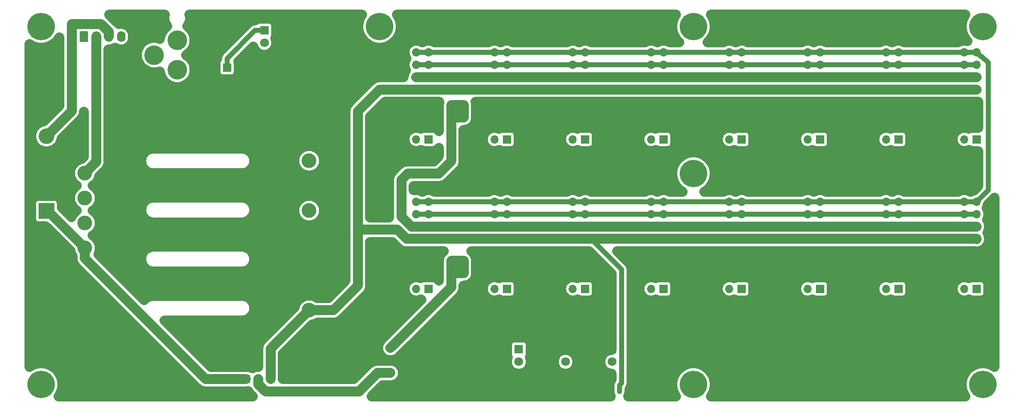
<source format=gbl>
G04 #@! TF.GenerationSoftware,KiCad,Pcbnew,(5.1.0)-1*
G04 #@! TF.CreationDate,2019-04-03T08:25:17+02:00*
G04 #@! TF.ProjectId,psu-30w,7073752d-3330-4772-9e6b-696361645f70,rev?*
G04 #@! TF.SameCoordinates,Original*
G04 #@! TF.FileFunction,Copper,L2,Bot*
G04 #@! TF.FilePolarity,Positive*
%FSLAX46Y46*%
G04 Gerber Fmt 4.6, Leading zero omitted, Abs format (unit mm)*
G04 Created by KiCad (PCBNEW (5.1.0)-1) date 2019-04-03 08:25:17*
%MOMM*%
%LPD*%
G04 APERTURE LIST*
%ADD10O,1.700000X1.700000*%
%ADD11R,1.700000X1.700000*%
%ADD12C,4.000000*%
%ADD13O,1.740000X2.200000*%
%ADD14C,0.100000*%
%ADD15C,1.740000*%
%ADD16C,3.000000*%
%ADD17C,1.300000*%
%ADD18R,1.300000X1.300000*%
%ADD19R,3.200000X3.200000*%
%ADD20O,3.200000X3.200000*%
%ADD21C,1.800000*%
%ADD22R,1.800000X1.800000*%
%ADD23C,5.600000*%
%ADD24C,1.000000*%
%ADD25C,2.000000*%
%ADD26C,1.000000*%
G04 APERTURE END LIST*
D10*
X101800000Y-124920000D03*
X99260000Y-124920000D03*
D11*
X96720000Y-124920000D03*
D10*
X92910000Y-63960000D03*
D11*
X92910000Y-61420000D03*
D12*
X82750000Y-61826400D03*
X82750000Y-55826400D03*
X78050000Y-58826400D03*
D13*
X71320000Y-55070000D03*
X68780000Y-55070000D03*
X66240000Y-55070000D03*
D14*
G36*
X64344505Y-53971204D02*
G01*
X64368773Y-53974804D01*
X64392572Y-53980765D01*
X64415671Y-53989030D01*
X64437850Y-53999520D01*
X64458893Y-54012132D01*
X64478599Y-54026747D01*
X64496777Y-54043223D01*
X64513253Y-54061401D01*
X64527868Y-54081107D01*
X64540480Y-54102150D01*
X64550970Y-54124329D01*
X64559235Y-54147428D01*
X64565196Y-54171227D01*
X64568796Y-54195495D01*
X64570000Y-54219999D01*
X64570000Y-55920001D01*
X64568796Y-55944505D01*
X64565196Y-55968773D01*
X64559235Y-55992572D01*
X64550970Y-56015671D01*
X64540480Y-56037850D01*
X64527868Y-56058893D01*
X64513253Y-56078599D01*
X64496777Y-56096777D01*
X64478599Y-56113253D01*
X64458893Y-56127868D01*
X64437850Y-56140480D01*
X64415671Y-56150970D01*
X64392572Y-56159235D01*
X64368773Y-56165196D01*
X64344505Y-56168796D01*
X64320001Y-56170000D01*
X63079999Y-56170000D01*
X63055495Y-56168796D01*
X63031227Y-56165196D01*
X63007428Y-56159235D01*
X62984329Y-56150970D01*
X62962150Y-56140480D01*
X62941107Y-56127868D01*
X62921401Y-56113253D01*
X62903223Y-56096777D01*
X62886747Y-56078599D01*
X62872132Y-56058893D01*
X62859520Y-56037850D01*
X62849030Y-56015671D01*
X62840765Y-55992572D01*
X62834804Y-55968773D01*
X62831204Y-55944505D01*
X62830000Y-55920001D01*
X62830000Y-54219999D01*
X62831204Y-54195495D01*
X62834804Y-54171227D01*
X62840765Y-54147428D01*
X62849030Y-54124329D01*
X62859520Y-54102150D01*
X62872132Y-54081107D01*
X62886747Y-54061401D01*
X62903223Y-54043223D01*
X62921401Y-54026747D01*
X62941107Y-54012132D01*
X62962150Y-53999520D01*
X62984329Y-53989030D01*
X63007428Y-53980765D01*
X63031227Y-53974804D01*
X63055495Y-53971204D01*
X63079999Y-53970000D01*
X64320001Y-53970000D01*
X64344505Y-53971204D01*
X64344505Y-53971204D01*
G37*
D15*
X63700000Y-55070000D03*
D16*
X63915600Y-82926800D03*
X63915600Y-88006800D03*
X63915600Y-93086800D03*
X63915600Y-98166800D03*
X109635600Y-110866800D03*
X109635600Y-100706800D03*
X109635600Y-90546800D03*
X109635600Y-80386800D03*
D17*
X126234800Y-121110000D03*
D18*
X126234800Y-123650000D03*
D17*
X126234800Y-118570000D03*
D11*
X245762037Y-76029244D03*
D10*
X243222037Y-76029244D03*
X245762037Y-73489244D03*
X243222037Y-73489244D03*
X245762037Y-70949244D03*
X243222037Y-70949244D03*
X245762037Y-68409244D03*
X243222037Y-68409244D03*
X245762037Y-65869244D03*
X243222037Y-65869244D03*
X245762037Y-63329244D03*
X243222037Y-63329244D03*
X245762037Y-60789244D03*
X243222037Y-60789244D03*
X245762037Y-58249244D03*
X243222037Y-58249244D03*
D19*
X56080000Y-90630000D03*
D20*
X56080000Y-75390000D03*
D21*
X152400000Y-121380000D03*
D22*
X152400000Y-118840000D03*
X100530000Y-53800000D03*
D21*
X100530000Y-56340000D03*
D22*
X171450000Y-118840000D03*
D21*
X171450000Y-121380000D03*
X161925000Y-121380000D03*
D22*
X161925000Y-118840000D03*
D10*
X243222037Y-88729244D03*
X245762037Y-88729244D03*
X243222037Y-91269244D03*
X245762037Y-91269244D03*
X243222037Y-93809244D03*
X245762037Y-93809244D03*
X243222037Y-96349244D03*
X245762037Y-96349244D03*
X243222037Y-98889244D03*
X245762037Y-98889244D03*
X243222037Y-101429244D03*
X245762037Y-101429244D03*
X243222037Y-103969244D03*
X245762037Y-103969244D03*
X243222037Y-106509244D03*
D11*
X245762037Y-106509244D03*
X229796321Y-106509244D03*
D10*
X227256321Y-106509244D03*
X229796321Y-103969244D03*
X227256321Y-103969244D03*
X229796321Y-101429244D03*
X227256321Y-101429244D03*
X229796321Y-98889244D03*
X227256321Y-98889244D03*
X229796321Y-96349244D03*
X227256321Y-96349244D03*
X229796321Y-93809244D03*
X227256321Y-93809244D03*
X229796321Y-91269244D03*
X227256321Y-91269244D03*
X229796321Y-88729244D03*
X227256321Y-88729244D03*
D11*
X213830607Y-106509244D03*
D10*
X211290607Y-106509244D03*
X213830607Y-103969244D03*
X211290607Y-103969244D03*
X213830607Y-101429244D03*
X211290607Y-101429244D03*
X213830607Y-98889244D03*
X211290607Y-98889244D03*
X213830607Y-96349244D03*
X211290607Y-96349244D03*
X213830607Y-93809244D03*
X211290607Y-93809244D03*
X213830607Y-91269244D03*
X211290607Y-91269244D03*
X213830607Y-88729244D03*
X211290607Y-88729244D03*
X195324893Y-88729244D03*
X197864893Y-88729244D03*
X195324893Y-91269244D03*
X197864893Y-91269244D03*
X195324893Y-93809244D03*
X197864893Y-93809244D03*
X195324893Y-96349244D03*
X197864893Y-96349244D03*
X195324893Y-98889244D03*
X197864893Y-98889244D03*
X195324893Y-101429244D03*
X197864893Y-101429244D03*
X195324893Y-103969244D03*
X197864893Y-103969244D03*
X195324893Y-106509244D03*
D11*
X197864893Y-106509244D03*
X181899179Y-106509244D03*
D10*
X179359179Y-106509244D03*
X181899179Y-103969244D03*
X179359179Y-103969244D03*
X181899179Y-101429244D03*
X179359179Y-101429244D03*
X181899179Y-98889244D03*
X179359179Y-98889244D03*
X181899179Y-96349244D03*
X179359179Y-96349244D03*
X181899179Y-93809244D03*
X179359179Y-93809244D03*
X181899179Y-91269244D03*
X179359179Y-91269244D03*
X181899179Y-88729244D03*
X179359179Y-88729244D03*
D11*
X165933465Y-106509244D03*
D10*
X163393465Y-106509244D03*
X165933465Y-103969244D03*
X163393465Y-103969244D03*
X165933465Y-101429244D03*
X163393465Y-101429244D03*
X165933465Y-98889244D03*
X163393465Y-98889244D03*
X165933465Y-96349244D03*
X163393465Y-96349244D03*
X165933465Y-93809244D03*
X163393465Y-93809244D03*
X165933465Y-91269244D03*
X163393465Y-91269244D03*
X165933465Y-88729244D03*
X163393465Y-88729244D03*
X147427751Y-88729244D03*
X149967751Y-88729244D03*
X147427751Y-91269244D03*
X149967751Y-91269244D03*
X147427751Y-93809244D03*
X149967751Y-93809244D03*
X147427751Y-96349244D03*
X149967751Y-96349244D03*
X147427751Y-98889244D03*
X149967751Y-98889244D03*
X147427751Y-101429244D03*
X149967751Y-101429244D03*
X147427751Y-103969244D03*
X149967751Y-103969244D03*
X147427751Y-106509244D03*
D11*
X149967751Y-106509244D03*
D10*
X131462037Y-88729244D03*
X134002037Y-88729244D03*
X131462037Y-91269244D03*
X134002037Y-91269244D03*
X131462037Y-93809244D03*
X134002037Y-93809244D03*
X131462037Y-96349244D03*
X134002037Y-96349244D03*
X131462037Y-98889244D03*
X134002037Y-98889244D03*
X131462037Y-101429244D03*
X134002037Y-101429244D03*
X131462037Y-103969244D03*
X134002037Y-103969244D03*
X131462037Y-106509244D03*
D11*
X134002037Y-106509244D03*
X229796321Y-76029244D03*
D10*
X227256321Y-76029244D03*
X229796321Y-73489244D03*
X227256321Y-73489244D03*
X229796321Y-70949244D03*
X227256321Y-70949244D03*
X229796321Y-68409244D03*
X227256321Y-68409244D03*
X229796321Y-65869244D03*
X227256321Y-65869244D03*
X229796321Y-63329244D03*
X227256321Y-63329244D03*
X229796321Y-60789244D03*
X227256321Y-60789244D03*
X229796321Y-58249244D03*
X227256321Y-58249244D03*
X211290607Y-58249244D03*
X213830607Y-58249244D03*
X211290607Y-60789244D03*
X213830607Y-60789244D03*
X211290607Y-63329244D03*
X213830607Y-63329244D03*
X211290607Y-65869244D03*
X213830607Y-65869244D03*
X211290607Y-68409244D03*
X213830607Y-68409244D03*
X211290607Y-70949244D03*
X213830607Y-70949244D03*
X211290607Y-73489244D03*
X213830607Y-73489244D03*
X211290607Y-76029244D03*
D11*
X213830607Y-76029244D03*
D10*
X195324893Y-58249244D03*
X197864893Y-58249244D03*
X195324893Y-60789244D03*
X197864893Y-60789244D03*
X195324893Y-63329244D03*
X197864893Y-63329244D03*
X195324893Y-65869244D03*
X197864893Y-65869244D03*
X195324893Y-68409244D03*
X197864893Y-68409244D03*
X195324893Y-70949244D03*
X197864893Y-70949244D03*
X195324893Y-73489244D03*
X197864893Y-73489244D03*
X195324893Y-76029244D03*
D11*
X197864893Y-76029244D03*
X181899179Y-76029244D03*
D10*
X179359179Y-76029244D03*
X181899179Y-73489244D03*
X179359179Y-73489244D03*
X181899179Y-70949244D03*
X179359179Y-70949244D03*
X181899179Y-68409244D03*
X179359179Y-68409244D03*
X181899179Y-65869244D03*
X179359179Y-65869244D03*
X181899179Y-63329244D03*
X179359179Y-63329244D03*
X181899179Y-60789244D03*
X179359179Y-60789244D03*
X181899179Y-58249244D03*
X179359179Y-58249244D03*
D11*
X165933465Y-76029244D03*
D10*
X163393465Y-76029244D03*
X165933465Y-73489244D03*
X163393465Y-73489244D03*
X165933465Y-70949244D03*
X163393465Y-70949244D03*
X165933465Y-68409244D03*
X163393465Y-68409244D03*
X165933465Y-65869244D03*
X163393465Y-65869244D03*
X165933465Y-63329244D03*
X163393465Y-63329244D03*
X165933465Y-60789244D03*
X163393465Y-60789244D03*
X165933465Y-58249244D03*
X163393465Y-58249244D03*
X147427751Y-58249244D03*
X149967751Y-58249244D03*
X147427751Y-60789244D03*
X149967751Y-60789244D03*
X147427751Y-63329244D03*
X149967751Y-63329244D03*
X147427751Y-65869244D03*
X149967751Y-65869244D03*
X147427751Y-68409244D03*
X149967751Y-68409244D03*
X147427751Y-70949244D03*
X149967751Y-70949244D03*
X147427751Y-73489244D03*
X149967751Y-73489244D03*
X147427751Y-76029244D03*
D11*
X149967751Y-76029244D03*
D10*
X131462037Y-58249244D03*
X134002037Y-58249244D03*
X131462037Y-60789244D03*
X134002037Y-60789244D03*
X131462037Y-63329244D03*
X134002037Y-63329244D03*
X131462037Y-65869244D03*
X134002037Y-65869244D03*
X131462037Y-68409244D03*
X134002037Y-68409244D03*
X131462037Y-70949244D03*
X134002037Y-70949244D03*
X131462037Y-73489244D03*
X134002037Y-73489244D03*
X131462037Y-76029244D03*
D11*
X134002037Y-76029244D03*
D23*
X55000000Y-126000000D03*
X55000000Y-53000000D03*
X247000000Y-126000000D03*
X247000000Y-53000000D03*
X124000000Y-53000000D03*
X188000000Y-126000000D03*
X188000000Y-83000000D03*
X188000000Y-53000000D03*
D24*
X104340000Y-96980000D03*
X105610000Y-96980000D03*
X106880000Y-96980000D03*
X108150000Y-96980000D03*
X109420000Y-96980000D03*
X110690000Y-96980000D03*
X111960000Y-96980000D03*
X111960000Y-98250000D03*
X110690000Y-98250000D03*
X109420000Y-98250000D03*
X108150000Y-98250000D03*
X106880000Y-98250000D03*
X105610000Y-98250000D03*
X104340000Y-98250000D03*
X104340000Y-99520000D03*
X105610000Y-99520000D03*
X106880000Y-99520000D03*
X106880000Y-100790000D03*
X105610000Y-100790000D03*
X104340000Y-100790000D03*
X104340000Y-102060000D03*
X105610000Y-102060000D03*
X106880000Y-102060000D03*
X106880000Y-103330000D03*
X105610000Y-103330000D03*
X104340000Y-103330000D03*
X104340000Y-104600000D03*
X105610000Y-104600000D03*
X106880000Y-104600000D03*
X108150000Y-104600000D03*
X109420000Y-104600000D03*
X110690000Y-104600000D03*
X111960000Y-104600000D03*
X113230000Y-104600000D03*
X113230000Y-103330000D03*
X113230000Y-102060000D03*
X113230000Y-100790000D03*
X113230000Y-99520000D03*
X113230000Y-98250000D03*
X111960000Y-103330000D03*
X110690000Y-103330000D03*
X109420000Y-103330000D03*
X108150000Y-103330000D03*
X113230000Y-96980000D03*
X114500000Y-96980000D03*
X114500000Y-98250000D03*
X114500000Y-100790000D03*
X114500000Y-99520000D03*
X114500000Y-103330000D03*
X114500000Y-102060000D03*
X114500000Y-104600000D03*
X114500000Y-95710000D03*
X113230000Y-95710000D03*
X111960000Y-95710000D03*
X110690000Y-95710000D03*
X109420000Y-95710000D03*
X108150000Y-95710000D03*
X106880000Y-95710000D03*
X105610000Y-95710000D03*
X104340000Y-95710000D03*
X104340000Y-105870000D03*
X105610000Y-105870000D03*
X106880000Y-105870000D03*
X108150000Y-105870000D03*
X109420000Y-105870000D03*
X110690000Y-105870000D03*
X111960000Y-105870000D03*
X113230000Y-105870000D03*
X114500000Y-105870000D03*
X53540000Y-58880000D03*
X53540000Y-60150000D03*
X53540000Y-61420000D03*
X53540000Y-62690000D03*
X53540000Y-63960000D03*
X54810000Y-63960000D03*
X54810000Y-62690000D03*
X54810000Y-61420000D03*
X54810000Y-60150000D03*
X54810000Y-58880000D03*
X61160000Y-124920000D03*
X62430000Y-124920000D03*
X63700000Y-124920000D03*
X64970000Y-124920000D03*
X66240000Y-124920000D03*
X66240000Y-126190000D03*
X64970000Y-126190000D03*
X63700000Y-126190000D03*
X62430000Y-126190000D03*
X61160000Y-126190000D03*
X122120000Y-84280000D03*
X123390000Y-84280000D03*
X124660000Y-84280000D03*
X125930000Y-84280000D03*
X125930000Y-85550000D03*
X125930000Y-86820000D03*
X125930000Y-88090000D03*
X124660000Y-88090000D03*
X123390000Y-88090000D03*
X122120000Y-88090000D03*
X122120000Y-88090000D03*
X122120000Y-86820000D03*
X123390000Y-86820000D03*
X124660000Y-86820000D03*
X124660000Y-85550000D03*
X123390000Y-85550000D03*
X122120000Y-85550000D03*
X122120000Y-104600000D03*
X123390000Y-104600000D03*
X124660000Y-104600000D03*
X125930000Y-105870000D03*
X125930000Y-107140000D03*
X125930000Y-108410000D03*
X124660000Y-108410000D03*
X123390000Y-108410000D03*
X122120000Y-108410000D03*
X122120000Y-107140000D03*
X123390000Y-107140000D03*
X124660000Y-107140000D03*
X124660000Y-105870000D03*
X123390000Y-105870000D03*
X122120000Y-105870000D03*
X153870000Y-100790000D03*
X155140000Y-100790000D03*
X156410000Y-100790000D03*
X157680000Y-100790000D03*
X158950000Y-100790000D03*
X153870000Y-70310000D03*
X155140000Y-70310000D03*
X156410000Y-70310000D03*
X157680000Y-70310000D03*
X158950000Y-70310000D03*
X160220000Y-70310000D03*
X160220000Y-100790000D03*
X153870000Y-83010000D03*
X155140000Y-83010000D03*
X156410000Y-83010000D03*
X157680000Y-83010000D03*
X158950000Y-83010000D03*
X160220000Y-83010000D03*
X185620000Y-70310000D03*
X186890000Y-70310000D03*
X188160000Y-70310000D03*
X189430000Y-70310000D03*
X190700000Y-70310000D03*
X191970000Y-70310000D03*
X185620000Y-100790000D03*
X186890000Y-100790000D03*
X188160000Y-100790000D03*
X189430000Y-100790000D03*
X190700000Y-100790000D03*
X191970000Y-100790000D03*
X217370000Y-70310000D03*
X219910000Y-70310000D03*
X218640000Y-70310000D03*
X221180000Y-70310000D03*
X222450000Y-70310000D03*
X223720000Y-70310000D03*
X223720000Y-100790000D03*
X222450000Y-100790000D03*
X219910000Y-100790000D03*
X218640000Y-100790000D03*
X217370000Y-100790000D03*
X221180000Y-100790000D03*
X217370000Y-83010000D03*
X218640000Y-83010000D03*
X221180000Y-83010000D03*
X219910000Y-83010000D03*
X222450000Y-83010000D03*
X223720000Y-83010000D03*
X200860000Y-84280000D03*
X200860000Y-83010000D03*
X202130000Y-83010000D03*
X202130000Y-84280000D03*
X203400000Y-83010000D03*
X203400000Y-84280000D03*
X204670000Y-83010000D03*
X204670000Y-84280000D03*
X205940000Y-83010000D03*
X205940000Y-84280000D03*
X207210000Y-83010000D03*
X207210000Y-84280000D03*
X208480000Y-83010000D03*
X208480000Y-84280000D03*
X153870000Y-112220000D03*
X155140000Y-112220000D03*
X157680000Y-112220000D03*
X156410000Y-112220000D03*
X158950000Y-112220000D03*
X160220000Y-112220000D03*
X95450000Y-65230000D03*
X95450000Y-66500000D03*
X95450000Y-63960000D03*
X94180000Y-66500000D03*
X92910000Y-66500000D03*
X91640000Y-66500000D03*
X90370000Y-66500000D03*
X90370000Y-65230000D03*
X90370000Y-63960000D03*
X125930000Y-104600000D03*
X139900000Y-109680000D03*
X141170000Y-109680000D03*
X142440000Y-109680000D03*
X143710000Y-109680000D03*
X144980000Y-109680000D03*
X144980000Y-110950000D03*
X143710000Y-110950000D03*
X142440000Y-110950000D03*
X141170000Y-110950000D03*
X139900000Y-112220000D03*
X139900000Y-110950000D03*
X141170000Y-112220000D03*
X142440000Y-112220000D03*
X143710000Y-112220000D03*
X144980000Y-112220000D03*
X144980000Y-113490000D03*
X143710000Y-113490000D03*
X142440000Y-113490000D03*
X141170000Y-113490000D03*
X139900000Y-113490000D03*
X106880000Y-53800000D03*
X111960000Y-53800000D03*
X117040000Y-53800000D03*
X132280000Y-53800000D03*
X137360000Y-53800000D03*
X142440000Y-53800000D03*
X147520000Y-53800000D03*
X152600000Y-53800000D03*
X157680000Y-53800000D03*
X162760000Y-53800000D03*
X167840000Y-53800000D03*
X172920000Y-53800000D03*
X178000000Y-53800000D03*
X183080000Y-53800000D03*
X195780000Y-53800000D03*
X200860000Y-53800000D03*
X205940000Y-53800000D03*
X236420000Y-53800000D03*
X241500000Y-53800000D03*
X249120000Y-94440000D03*
X249120000Y-99520000D03*
X249120000Y-104600000D03*
X249120000Y-109680000D03*
X249120000Y-114760000D03*
X249120000Y-119840000D03*
X241500000Y-127460000D03*
X236420000Y-127460000D03*
X231340000Y-127460000D03*
X226260000Y-127460000D03*
X221180000Y-127460000D03*
X216100000Y-127460000D03*
X211020000Y-127460000D03*
X205940000Y-127460000D03*
X200860000Y-127460000D03*
X195780000Y-127460000D03*
X183080000Y-127460000D03*
X178000000Y-127460000D03*
X167840000Y-127460000D03*
X165300000Y-127460000D03*
X178000000Y-112220000D03*
X180540000Y-112220000D03*
X183080000Y-112220000D03*
X185620000Y-112220000D03*
X185620000Y-114760000D03*
X183080000Y-114760000D03*
X180540000Y-114760000D03*
X178000000Y-114760000D03*
X56080000Y-107140000D03*
X58620000Y-107140000D03*
X61160000Y-107140000D03*
X63700000Y-107140000D03*
X63700000Y-109680000D03*
X63700000Y-112220000D03*
X61160000Y-112220000D03*
X58620000Y-112220000D03*
X56080000Y-112220000D03*
X56080000Y-109680000D03*
X58620000Y-109680000D03*
X61160000Y-109680000D03*
X115770000Y-95710000D03*
X115770000Y-96980000D03*
X115770000Y-98250000D03*
X115770000Y-99520000D03*
X115770000Y-100790000D03*
X115770000Y-102060000D03*
X115770000Y-103330000D03*
X115770000Y-104600000D03*
X115770000Y-105870000D03*
X123390000Y-70310000D03*
X124660000Y-70310000D03*
X125930000Y-70310000D03*
X125930000Y-71580000D03*
X124660000Y-71580000D03*
X123390000Y-71580000D03*
X123390000Y-72850000D03*
X124660000Y-72850000D03*
X125930000Y-72850000D03*
X128470000Y-99520000D03*
X136090000Y-99520000D03*
X136090000Y-100790000D03*
X136090000Y-102060000D03*
X136090000Y-103330000D03*
X127200000Y-98250000D03*
X128470000Y-98250000D03*
X125930000Y-96980000D03*
X127200000Y-96980000D03*
X138630000Y-71580000D03*
X141170000Y-69040000D03*
X138630000Y-69040000D03*
X141170000Y-71580000D03*
X138630000Y-100790000D03*
X141170000Y-100790000D03*
X141170000Y-103330000D03*
X138630000Y-103330000D03*
X172920000Y-127460000D03*
D25*
X131462037Y-63329244D02*
X245762037Y-63329244D01*
X138630000Y-80470000D02*
X136090000Y-83010000D01*
X138630000Y-71580000D02*
X138630000Y-80470000D01*
X128470000Y-84280000D02*
X128470000Y-91755209D01*
X128470000Y-91755209D02*
X130524035Y-93809244D01*
X130524035Y-93809244D02*
X132910756Y-93809244D01*
X129740000Y-83010000D02*
X128470000Y-84280000D01*
X136090000Y-83010000D02*
X129740000Y-83010000D01*
X245762037Y-93809244D02*
X132910756Y-93809244D01*
X132910756Y-93809244D02*
X131462037Y-93809244D01*
X141170000Y-69040000D02*
X141170000Y-71580000D01*
X138630000Y-71580000D02*
X138630000Y-69040000D01*
X141170000Y-69040000D02*
X141170000Y-71580000D01*
X141170000Y-71580000D02*
X138630000Y-71580000D01*
X138630000Y-71580000D02*
X138630000Y-69040000D01*
X138630000Y-69040000D02*
X141170000Y-71580000D01*
X138630000Y-106174800D02*
X126234800Y-118570000D01*
X138630000Y-103330000D02*
X138630000Y-106174800D01*
X138630000Y-103330000D02*
X141170000Y-103330000D01*
X141170000Y-103330000D02*
X141170000Y-100790000D01*
X141170000Y-100790000D02*
X138630000Y-100790000D01*
X138630000Y-100790000D02*
X139900000Y-102060000D01*
X139900000Y-102060000D02*
X139900000Y-103330000D01*
X141170000Y-69040000D02*
X138630000Y-69040000D01*
X138630000Y-100790000D02*
X138630000Y-106174800D01*
X67221690Y-52469990D02*
X61220010Y-52469990D01*
X68780000Y-55070000D02*
X68780000Y-54028300D01*
X68780000Y-54028300D02*
X67221690Y-52469990D01*
X61220010Y-70249990D02*
X56080000Y-75390000D01*
X61220010Y-52469990D02*
X61220010Y-70249990D01*
X66240000Y-80602400D02*
X63915600Y-82926800D01*
X66240000Y-55070000D02*
X66240000Y-80602400D01*
X124020756Y-65869244D02*
X245762037Y-65869244D01*
X119580000Y-70310000D02*
X124020756Y-65869244D01*
X101800000Y-118702400D02*
X109635600Y-110866800D01*
X101800000Y-124920000D02*
X101800000Y-118702400D01*
D26*
X173350001Y-102563699D02*
X173350001Y-125759999D01*
X165933465Y-96349244D02*
X167135546Y-96349244D01*
X167135546Y-96349244D02*
X173350001Y-102563699D01*
X173350001Y-125759999D02*
X172920000Y-126190000D01*
X172920000Y-126190000D02*
X172920000Y-127460000D01*
D25*
X119580000Y-105870000D02*
X119580000Y-70310000D01*
X109635600Y-110866800D02*
X114583200Y-110866800D01*
X114583200Y-110866800D02*
X119580000Y-105870000D01*
X119580000Y-94440000D02*
X119580000Y-70310000D01*
X127619243Y-94440000D02*
X119580000Y-94440000D01*
X129488496Y-96309253D02*
X127619243Y-94440000D01*
X245762037Y-96349244D02*
X245722047Y-96309254D01*
X245722047Y-96309254D02*
X129488496Y-96309253D01*
D26*
X188374758Y-58249244D02*
X245762037Y-58249244D01*
X131462037Y-58249244D02*
X188374758Y-58249244D01*
X245762037Y-88729244D02*
X131462037Y-88729244D01*
X248104000Y-86387281D02*
X245762037Y-88729244D01*
X248104000Y-60404000D02*
X248104000Y-86387281D01*
X246799243Y-59099243D02*
X248104000Y-60404000D01*
X245762037Y-58249244D02*
X246612036Y-59099243D01*
X246612036Y-59099243D02*
X246799243Y-59099243D01*
X245762037Y-60789244D02*
X131462037Y-60789244D01*
X131462037Y-91269244D02*
X245762037Y-91269244D01*
D25*
X56378800Y-90630000D02*
X63915600Y-98166800D01*
X56080000Y-90630000D02*
X56378800Y-90630000D01*
X93870000Y-124920000D02*
X96720000Y-124920000D01*
X88547480Y-124920000D02*
X93870000Y-124920000D01*
X63915600Y-100288120D02*
X88547480Y-124920000D01*
X63915600Y-98166800D02*
X63915600Y-100288120D01*
X123584800Y-123650000D02*
X126234800Y-123650000D01*
X119814790Y-127420010D02*
X123584800Y-123650000D01*
X100764462Y-127420010D02*
X119814790Y-127420010D01*
X99299990Y-125955538D02*
X100764462Y-127420010D01*
X99299990Y-124959990D02*
X99299990Y-125955538D01*
X99260000Y-124920000D02*
X99299990Y-124959990D01*
D26*
X92910000Y-59570000D02*
X92910000Y-61420000D01*
X92910000Y-59520000D02*
X92910000Y-59570000D01*
X98630000Y-53800000D02*
X92910000Y-59520000D01*
X100530000Y-53800000D02*
X98630000Y-53800000D01*
D25*
G36*
X249417000Y-122433800D02*
G01*
X249040603Y-122182300D01*
X248256597Y-121857554D01*
X247424301Y-121692000D01*
X246575699Y-121692000D01*
X245743403Y-121857554D01*
X244959397Y-122182300D01*
X244253810Y-122653758D01*
X243653758Y-123253810D01*
X243182300Y-123959397D01*
X242857554Y-124743403D01*
X242692000Y-125575699D01*
X242692000Y-126424301D01*
X242857554Y-127256597D01*
X243182300Y-128040603D01*
X243433800Y-128417000D01*
X191566200Y-128417000D01*
X191817700Y-128040603D01*
X192142446Y-127256597D01*
X192308000Y-126424301D01*
X192308000Y-125575699D01*
X192142446Y-124743403D01*
X191817700Y-123959397D01*
X191346242Y-123253810D01*
X190746190Y-122653758D01*
X190040603Y-122182300D01*
X189256597Y-121857554D01*
X188424301Y-121692000D01*
X187575699Y-121692000D01*
X186743403Y-121857554D01*
X185959397Y-122182300D01*
X185253810Y-122653758D01*
X184653758Y-123253810D01*
X184182300Y-123959397D01*
X183857554Y-124743403D01*
X183692000Y-125575699D01*
X183692000Y-126424301D01*
X183857554Y-127256597D01*
X184182300Y-128040603D01*
X184433800Y-128417000D01*
X174695555Y-128417000D01*
X174699467Y-128411145D01*
X174737404Y-128319556D01*
X174784126Y-128232146D01*
X174812897Y-128137300D01*
X174850834Y-128045712D01*
X174870175Y-127948480D01*
X174898945Y-127853636D01*
X174908660Y-127755002D01*
X174928000Y-127657771D01*
X174928000Y-127002429D01*
X175027670Y-126880981D01*
X175214127Y-126532145D01*
X175328946Y-126153636D01*
X175358001Y-125858637D01*
X175358001Y-125858628D01*
X175367715Y-125760000D01*
X175358001Y-125661372D01*
X175358001Y-106509244D01*
X176989770Y-106509244D01*
X177035298Y-106971493D01*
X177170131Y-107415978D01*
X177389087Y-107825617D01*
X177683754Y-108184669D01*
X178042806Y-108479336D01*
X178452445Y-108698292D01*
X178896930Y-108833125D01*
X179243343Y-108867244D01*
X179475015Y-108867244D01*
X179821428Y-108833125D01*
X180265913Y-108698292D01*
X180310636Y-108674387D01*
X180469300Y-108759195D01*
X180753559Y-108845424D01*
X181049179Y-108874540D01*
X182749179Y-108874540D01*
X183044799Y-108845424D01*
X183329058Y-108759195D01*
X183591032Y-108619167D01*
X183820655Y-108430720D01*
X184009102Y-108201097D01*
X184149130Y-107939123D01*
X184235359Y-107654864D01*
X184264475Y-107359244D01*
X184264475Y-106509244D01*
X192955484Y-106509244D01*
X193001012Y-106971493D01*
X193135845Y-107415978D01*
X193354801Y-107825617D01*
X193649468Y-108184669D01*
X194008520Y-108479336D01*
X194418159Y-108698292D01*
X194862644Y-108833125D01*
X195209057Y-108867244D01*
X195440729Y-108867244D01*
X195787142Y-108833125D01*
X196231627Y-108698292D01*
X196276350Y-108674387D01*
X196435014Y-108759195D01*
X196719273Y-108845424D01*
X197014893Y-108874540D01*
X198714893Y-108874540D01*
X199010513Y-108845424D01*
X199294772Y-108759195D01*
X199556746Y-108619167D01*
X199786369Y-108430720D01*
X199974816Y-108201097D01*
X200114844Y-107939123D01*
X200201073Y-107654864D01*
X200230189Y-107359244D01*
X200230189Y-106509244D01*
X208921198Y-106509244D01*
X208966726Y-106971493D01*
X209101559Y-107415978D01*
X209320515Y-107825617D01*
X209615182Y-108184669D01*
X209974234Y-108479336D01*
X210383873Y-108698292D01*
X210828358Y-108833125D01*
X211174771Y-108867244D01*
X211406443Y-108867244D01*
X211752856Y-108833125D01*
X212197341Y-108698292D01*
X212242064Y-108674387D01*
X212400728Y-108759195D01*
X212684987Y-108845424D01*
X212980607Y-108874540D01*
X214680607Y-108874540D01*
X214976227Y-108845424D01*
X215260486Y-108759195D01*
X215522460Y-108619167D01*
X215752083Y-108430720D01*
X215940530Y-108201097D01*
X216080558Y-107939123D01*
X216166787Y-107654864D01*
X216195903Y-107359244D01*
X216195903Y-106509244D01*
X224886912Y-106509244D01*
X224932440Y-106971493D01*
X225067273Y-107415978D01*
X225286229Y-107825617D01*
X225580896Y-108184669D01*
X225939948Y-108479336D01*
X226349587Y-108698292D01*
X226794072Y-108833125D01*
X227140485Y-108867244D01*
X227372157Y-108867244D01*
X227718570Y-108833125D01*
X228163055Y-108698292D01*
X228207778Y-108674387D01*
X228366442Y-108759195D01*
X228650701Y-108845424D01*
X228946321Y-108874540D01*
X230646321Y-108874540D01*
X230941941Y-108845424D01*
X231226200Y-108759195D01*
X231488174Y-108619167D01*
X231717797Y-108430720D01*
X231906244Y-108201097D01*
X232046272Y-107939123D01*
X232132501Y-107654864D01*
X232161617Y-107359244D01*
X232161617Y-106509244D01*
X240852628Y-106509244D01*
X240898156Y-106971493D01*
X241032989Y-107415978D01*
X241251945Y-107825617D01*
X241546612Y-108184669D01*
X241905664Y-108479336D01*
X242315303Y-108698292D01*
X242759788Y-108833125D01*
X243106201Y-108867244D01*
X243337873Y-108867244D01*
X243684286Y-108833125D01*
X244128771Y-108698292D01*
X244173494Y-108674387D01*
X244332158Y-108759195D01*
X244616417Y-108845424D01*
X244912037Y-108874540D01*
X246612037Y-108874540D01*
X246907657Y-108845424D01*
X247191916Y-108759195D01*
X247453890Y-108619167D01*
X247683513Y-108430720D01*
X247871960Y-108201097D01*
X248011988Y-107939123D01*
X248098217Y-107654864D01*
X248127333Y-107359244D01*
X248127333Y-105659244D01*
X248098217Y-105363624D01*
X248011988Y-105079365D01*
X247871960Y-104817391D01*
X247683513Y-104587768D01*
X247453890Y-104399321D01*
X247191916Y-104259293D01*
X246907657Y-104173064D01*
X246612037Y-104143948D01*
X244912037Y-104143948D01*
X244616417Y-104173064D01*
X244332158Y-104259293D01*
X244173494Y-104344101D01*
X244128771Y-104320196D01*
X243684286Y-104185363D01*
X243337873Y-104151244D01*
X243106201Y-104151244D01*
X242759788Y-104185363D01*
X242315303Y-104320196D01*
X241905664Y-104539152D01*
X241546612Y-104833819D01*
X241251945Y-105192871D01*
X241032989Y-105602510D01*
X240898156Y-106046995D01*
X240852628Y-106509244D01*
X232161617Y-106509244D01*
X232161617Y-105659244D01*
X232132501Y-105363624D01*
X232046272Y-105079365D01*
X231906244Y-104817391D01*
X231717797Y-104587768D01*
X231488174Y-104399321D01*
X231226200Y-104259293D01*
X230941941Y-104173064D01*
X230646321Y-104143948D01*
X228946321Y-104143948D01*
X228650701Y-104173064D01*
X228366442Y-104259293D01*
X228207778Y-104344101D01*
X228163055Y-104320196D01*
X227718570Y-104185363D01*
X227372157Y-104151244D01*
X227140485Y-104151244D01*
X226794072Y-104185363D01*
X226349587Y-104320196D01*
X225939948Y-104539152D01*
X225580896Y-104833819D01*
X225286229Y-105192871D01*
X225067273Y-105602510D01*
X224932440Y-106046995D01*
X224886912Y-106509244D01*
X216195903Y-106509244D01*
X216195903Y-105659244D01*
X216166787Y-105363624D01*
X216080558Y-105079365D01*
X215940530Y-104817391D01*
X215752083Y-104587768D01*
X215522460Y-104399321D01*
X215260486Y-104259293D01*
X214976227Y-104173064D01*
X214680607Y-104143948D01*
X212980607Y-104143948D01*
X212684987Y-104173064D01*
X212400728Y-104259293D01*
X212242064Y-104344101D01*
X212197341Y-104320196D01*
X211752856Y-104185363D01*
X211406443Y-104151244D01*
X211174771Y-104151244D01*
X210828358Y-104185363D01*
X210383873Y-104320196D01*
X209974234Y-104539152D01*
X209615182Y-104833819D01*
X209320515Y-105192871D01*
X209101559Y-105602510D01*
X208966726Y-106046995D01*
X208921198Y-106509244D01*
X200230189Y-106509244D01*
X200230189Y-105659244D01*
X200201073Y-105363624D01*
X200114844Y-105079365D01*
X199974816Y-104817391D01*
X199786369Y-104587768D01*
X199556746Y-104399321D01*
X199294772Y-104259293D01*
X199010513Y-104173064D01*
X198714893Y-104143948D01*
X197014893Y-104143948D01*
X196719273Y-104173064D01*
X196435014Y-104259293D01*
X196276350Y-104344101D01*
X196231627Y-104320196D01*
X195787142Y-104185363D01*
X195440729Y-104151244D01*
X195209057Y-104151244D01*
X194862644Y-104185363D01*
X194418159Y-104320196D01*
X194008520Y-104539152D01*
X193649468Y-104833819D01*
X193354801Y-105192871D01*
X193135845Y-105602510D01*
X193001012Y-106046995D01*
X192955484Y-106509244D01*
X184264475Y-106509244D01*
X184264475Y-105659244D01*
X184235359Y-105363624D01*
X184149130Y-105079365D01*
X184009102Y-104817391D01*
X183820655Y-104587768D01*
X183591032Y-104399321D01*
X183329058Y-104259293D01*
X183044799Y-104173064D01*
X182749179Y-104143948D01*
X181049179Y-104143948D01*
X180753559Y-104173064D01*
X180469300Y-104259293D01*
X180310636Y-104344101D01*
X180265913Y-104320196D01*
X179821428Y-104185363D01*
X179475015Y-104151244D01*
X179243343Y-104151244D01*
X178896930Y-104185363D01*
X178452445Y-104320196D01*
X178042806Y-104539152D01*
X177683754Y-104833819D01*
X177389087Y-105192871D01*
X177170131Y-105602510D01*
X177035298Y-106046995D01*
X176989770Y-106509244D01*
X175358001Y-106509244D01*
X175358001Y-102662337D01*
X175367716Y-102563699D01*
X175328946Y-102170062D01*
X175214127Y-101791552D01*
X175027670Y-101442717D01*
X174839619Y-101213576D01*
X174776741Y-101136959D01*
X174700124Y-101074081D01*
X172443295Y-98817253D01*
X245258182Y-98817254D01*
X245270383Y-98820955D01*
X245762036Y-98869379D01*
X246253690Y-98820955D01*
X246726450Y-98677544D01*
X247162148Y-98444659D01*
X247544041Y-98131248D01*
X247857452Y-97749355D01*
X248090337Y-97313657D01*
X248233748Y-96840897D01*
X248282172Y-96349243D01*
X248233748Y-95857590D01*
X248090337Y-95384830D01*
X247926999Y-95079245D01*
X248090338Y-94773658D01*
X248233748Y-94300898D01*
X248282172Y-93809244D01*
X248233748Y-93317590D01*
X248090338Y-92844830D01*
X247857453Y-92409132D01*
X247838685Y-92386264D01*
X247951085Y-92175978D01*
X248085918Y-91731493D01*
X248131446Y-91269244D01*
X248085918Y-90806995D01*
X247951085Y-90362510D01*
X247756916Y-89999244D01*
X247951085Y-89635978D01*
X248062574Y-89268447D01*
X249417001Y-87914021D01*
X249417000Y-122433800D01*
X249417000Y-122433800D01*
G37*
X249417000Y-122433800D02*
X249040603Y-122182300D01*
X248256597Y-121857554D01*
X247424301Y-121692000D01*
X246575699Y-121692000D01*
X245743403Y-121857554D01*
X244959397Y-122182300D01*
X244253810Y-122653758D01*
X243653758Y-123253810D01*
X243182300Y-123959397D01*
X242857554Y-124743403D01*
X242692000Y-125575699D01*
X242692000Y-126424301D01*
X242857554Y-127256597D01*
X243182300Y-128040603D01*
X243433800Y-128417000D01*
X191566200Y-128417000D01*
X191817700Y-128040603D01*
X192142446Y-127256597D01*
X192308000Y-126424301D01*
X192308000Y-125575699D01*
X192142446Y-124743403D01*
X191817700Y-123959397D01*
X191346242Y-123253810D01*
X190746190Y-122653758D01*
X190040603Y-122182300D01*
X189256597Y-121857554D01*
X188424301Y-121692000D01*
X187575699Y-121692000D01*
X186743403Y-121857554D01*
X185959397Y-122182300D01*
X185253810Y-122653758D01*
X184653758Y-123253810D01*
X184182300Y-123959397D01*
X183857554Y-124743403D01*
X183692000Y-125575699D01*
X183692000Y-126424301D01*
X183857554Y-127256597D01*
X184182300Y-128040603D01*
X184433800Y-128417000D01*
X174695555Y-128417000D01*
X174699467Y-128411145D01*
X174737404Y-128319556D01*
X174784126Y-128232146D01*
X174812897Y-128137300D01*
X174850834Y-128045712D01*
X174870175Y-127948480D01*
X174898945Y-127853636D01*
X174908660Y-127755002D01*
X174928000Y-127657771D01*
X174928000Y-127002429D01*
X175027670Y-126880981D01*
X175214127Y-126532145D01*
X175328946Y-126153636D01*
X175358001Y-125858637D01*
X175358001Y-125858628D01*
X175367715Y-125760000D01*
X175358001Y-125661372D01*
X175358001Y-106509244D01*
X176989770Y-106509244D01*
X177035298Y-106971493D01*
X177170131Y-107415978D01*
X177389087Y-107825617D01*
X177683754Y-108184669D01*
X178042806Y-108479336D01*
X178452445Y-108698292D01*
X178896930Y-108833125D01*
X179243343Y-108867244D01*
X179475015Y-108867244D01*
X179821428Y-108833125D01*
X180265913Y-108698292D01*
X180310636Y-108674387D01*
X180469300Y-108759195D01*
X180753559Y-108845424D01*
X181049179Y-108874540D01*
X182749179Y-108874540D01*
X183044799Y-108845424D01*
X183329058Y-108759195D01*
X183591032Y-108619167D01*
X183820655Y-108430720D01*
X184009102Y-108201097D01*
X184149130Y-107939123D01*
X184235359Y-107654864D01*
X184264475Y-107359244D01*
X184264475Y-106509244D01*
X192955484Y-106509244D01*
X193001012Y-106971493D01*
X193135845Y-107415978D01*
X193354801Y-107825617D01*
X193649468Y-108184669D01*
X194008520Y-108479336D01*
X194418159Y-108698292D01*
X194862644Y-108833125D01*
X195209057Y-108867244D01*
X195440729Y-108867244D01*
X195787142Y-108833125D01*
X196231627Y-108698292D01*
X196276350Y-108674387D01*
X196435014Y-108759195D01*
X196719273Y-108845424D01*
X197014893Y-108874540D01*
X198714893Y-108874540D01*
X199010513Y-108845424D01*
X199294772Y-108759195D01*
X199556746Y-108619167D01*
X199786369Y-108430720D01*
X199974816Y-108201097D01*
X200114844Y-107939123D01*
X200201073Y-107654864D01*
X200230189Y-107359244D01*
X200230189Y-106509244D01*
X208921198Y-106509244D01*
X208966726Y-106971493D01*
X209101559Y-107415978D01*
X209320515Y-107825617D01*
X209615182Y-108184669D01*
X209974234Y-108479336D01*
X210383873Y-108698292D01*
X210828358Y-108833125D01*
X211174771Y-108867244D01*
X211406443Y-108867244D01*
X211752856Y-108833125D01*
X212197341Y-108698292D01*
X212242064Y-108674387D01*
X212400728Y-108759195D01*
X212684987Y-108845424D01*
X212980607Y-108874540D01*
X214680607Y-108874540D01*
X214976227Y-108845424D01*
X215260486Y-108759195D01*
X215522460Y-108619167D01*
X215752083Y-108430720D01*
X215940530Y-108201097D01*
X216080558Y-107939123D01*
X216166787Y-107654864D01*
X216195903Y-107359244D01*
X216195903Y-106509244D01*
X224886912Y-106509244D01*
X224932440Y-106971493D01*
X225067273Y-107415978D01*
X225286229Y-107825617D01*
X225580896Y-108184669D01*
X225939948Y-108479336D01*
X226349587Y-108698292D01*
X226794072Y-108833125D01*
X227140485Y-108867244D01*
X227372157Y-108867244D01*
X227718570Y-108833125D01*
X228163055Y-108698292D01*
X228207778Y-108674387D01*
X228366442Y-108759195D01*
X228650701Y-108845424D01*
X228946321Y-108874540D01*
X230646321Y-108874540D01*
X230941941Y-108845424D01*
X231226200Y-108759195D01*
X231488174Y-108619167D01*
X231717797Y-108430720D01*
X231906244Y-108201097D01*
X232046272Y-107939123D01*
X232132501Y-107654864D01*
X232161617Y-107359244D01*
X232161617Y-106509244D01*
X240852628Y-106509244D01*
X240898156Y-106971493D01*
X241032989Y-107415978D01*
X241251945Y-107825617D01*
X241546612Y-108184669D01*
X241905664Y-108479336D01*
X242315303Y-108698292D01*
X242759788Y-108833125D01*
X243106201Y-108867244D01*
X243337873Y-108867244D01*
X243684286Y-108833125D01*
X244128771Y-108698292D01*
X244173494Y-108674387D01*
X244332158Y-108759195D01*
X244616417Y-108845424D01*
X244912037Y-108874540D01*
X246612037Y-108874540D01*
X246907657Y-108845424D01*
X247191916Y-108759195D01*
X247453890Y-108619167D01*
X247683513Y-108430720D01*
X247871960Y-108201097D01*
X248011988Y-107939123D01*
X248098217Y-107654864D01*
X248127333Y-107359244D01*
X248127333Y-105659244D01*
X248098217Y-105363624D01*
X248011988Y-105079365D01*
X247871960Y-104817391D01*
X247683513Y-104587768D01*
X247453890Y-104399321D01*
X247191916Y-104259293D01*
X246907657Y-104173064D01*
X246612037Y-104143948D01*
X244912037Y-104143948D01*
X244616417Y-104173064D01*
X244332158Y-104259293D01*
X244173494Y-104344101D01*
X244128771Y-104320196D01*
X243684286Y-104185363D01*
X243337873Y-104151244D01*
X243106201Y-104151244D01*
X242759788Y-104185363D01*
X242315303Y-104320196D01*
X241905664Y-104539152D01*
X241546612Y-104833819D01*
X241251945Y-105192871D01*
X241032989Y-105602510D01*
X240898156Y-106046995D01*
X240852628Y-106509244D01*
X232161617Y-106509244D01*
X232161617Y-105659244D01*
X232132501Y-105363624D01*
X232046272Y-105079365D01*
X231906244Y-104817391D01*
X231717797Y-104587768D01*
X231488174Y-104399321D01*
X231226200Y-104259293D01*
X230941941Y-104173064D01*
X230646321Y-104143948D01*
X228946321Y-104143948D01*
X228650701Y-104173064D01*
X228366442Y-104259293D01*
X228207778Y-104344101D01*
X228163055Y-104320196D01*
X227718570Y-104185363D01*
X227372157Y-104151244D01*
X227140485Y-104151244D01*
X226794072Y-104185363D01*
X226349587Y-104320196D01*
X225939948Y-104539152D01*
X225580896Y-104833819D01*
X225286229Y-105192871D01*
X225067273Y-105602510D01*
X224932440Y-106046995D01*
X224886912Y-106509244D01*
X216195903Y-106509244D01*
X216195903Y-105659244D01*
X216166787Y-105363624D01*
X216080558Y-105079365D01*
X215940530Y-104817391D01*
X215752083Y-104587768D01*
X215522460Y-104399321D01*
X215260486Y-104259293D01*
X214976227Y-104173064D01*
X214680607Y-104143948D01*
X212980607Y-104143948D01*
X212684987Y-104173064D01*
X212400728Y-104259293D01*
X212242064Y-104344101D01*
X212197341Y-104320196D01*
X211752856Y-104185363D01*
X211406443Y-104151244D01*
X211174771Y-104151244D01*
X210828358Y-104185363D01*
X210383873Y-104320196D01*
X209974234Y-104539152D01*
X209615182Y-104833819D01*
X209320515Y-105192871D01*
X209101559Y-105602510D01*
X208966726Y-106046995D01*
X208921198Y-106509244D01*
X200230189Y-106509244D01*
X200230189Y-105659244D01*
X200201073Y-105363624D01*
X200114844Y-105079365D01*
X199974816Y-104817391D01*
X199786369Y-104587768D01*
X199556746Y-104399321D01*
X199294772Y-104259293D01*
X199010513Y-104173064D01*
X198714893Y-104143948D01*
X197014893Y-104143948D01*
X196719273Y-104173064D01*
X196435014Y-104259293D01*
X196276350Y-104344101D01*
X196231627Y-104320196D01*
X195787142Y-104185363D01*
X195440729Y-104151244D01*
X195209057Y-104151244D01*
X194862644Y-104185363D01*
X194418159Y-104320196D01*
X194008520Y-104539152D01*
X193649468Y-104833819D01*
X193354801Y-105192871D01*
X193135845Y-105602510D01*
X193001012Y-106046995D01*
X192955484Y-106509244D01*
X184264475Y-106509244D01*
X184264475Y-105659244D01*
X184235359Y-105363624D01*
X184149130Y-105079365D01*
X184009102Y-104817391D01*
X183820655Y-104587768D01*
X183591032Y-104399321D01*
X183329058Y-104259293D01*
X183044799Y-104173064D01*
X182749179Y-104143948D01*
X181049179Y-104143948D01*
X180753559Y-104173064D01*
X180469300Y-104259293D01*
X180310636Y-104344101D01*
X180265913Y-104320196D01*
X179821428Y-104185363D01*
X179475015Y-104151244D01*
X179243343Y-104151244D01*
X178896930Y-104185363D01*
X178452445Y-104320196D01*
X178042806Y-104539152D01*
X177683754Y-104833819D01*
X177389087Y-105192871D01*
X177170131Y-105602510D01*
X177035298Y-106046995D01*
X176989770Y-106509244D01*
X175358001Y-106509244D01*
X175358001Y-102662337D01*
X175367716Y-102563699D01*
X175328946Y-102170062D01*
X175214127Y-101791552D01*
X175027670Y-101442717D01*
X174839619Y-101213576D01*
X174776741Y-101136959D01*
X174700124Y-101074081D01*
X172443295Y-98817253D01*
X245258182Y-98817254D01*
X245270383Y-98820955D01*
X245762036Y-98869379D01*
X246253690Y-98820955D01*
X246726450Y-98677544D01*
X247162148Y-98444659D01*
X247544041Y-98131248D01*
X247857452Y-97749355D01*
X248090337Y-97313657D01*
X248233748Y-96840897D01*
X248282172Y-96349243D01*
X248233748Y-95857590D01*
X248090337Y-95384830D01*
X247926999Y-95079245D01*
X248090338Y-94773658D01*
X248233748Y-94300898D01*
X248282172Y-93809244D01*
X248233748Y-93317590D01*
X248090338Y-92844830D01*
X247857453Y-92409132D01*
X247838685Y-92386264D01*
X247951085Y-92175978D01*
X248085918Y-91731493D01*
X248131446Y-91269244D01*
X248085918Y-90806995D01*
X247951085Y-90362510D01*
X247756916Y-89999244D01*
X247951085Y-89635978D01*
X248062574Y-89268447D01*
X249417001Y-87914021D01*
X249417000Y-122433800D01*
G36*
X127627951Y-97995556D02*
G01*
X127706491Y-98091257D01*
X127802190Y-98169795D01*
X127802193Y-98169798D01*
X128088384Y-98404668D01*
X128524082Y-98637554D01*
X128996841Y-98780964D01*
X129488496Y-98829388D01*
X129611714Y-98817252D01*
X137080416Y-98817252D01*
X136847995Y-99007995D01*
X136534584Y-99389888D01*
X136301699Y-99825586D01*
X136158289Y-100298346D01*
X136109865Y-100790000D01*
X136122000Y-100913208D01*
X136122000Y-103206787D01*
X136109865Y-103330000D01*
X136122000Y-103453207D01*
X136122000Y-104836175D01*
X136111960Y-104817391D01*
X135923513Y-104587768D01*
X135693890Y-104399321D01*
X135431916Y-104259293D01*
X135147657Y-104173064D01*
X134852037Y-104143948D01*
X133152037Y-104143948D01*
X132856417Y-104173064D01*
X132572158Y-104259293D01*
X132413494Y-104344101D01*
X132368771Y-104320196D01*
X131924286Y-104185363D01*
X131577873Y-104151244D01*
X131346201Y-104151244D01*
X130999788Y-104185363D01*
X130555303Y-104320196D01*
X130145664Y-104539152D01*
X129786612Y-104833819D01*
X129491945Y-105192871D01*
X129272989Y-105602510D01*
X129138156Y-106046995D01*
X129092628Y-106509244D01*
X129138156Y-106971493D01*
X129272989Y-107415978D01*
X129491945Y-107825617D01*
X129786612Y-108184669D01*
X130145664Y-108479336D01*
X130555303Y-108698292D01*
X130999788Y-108833125D01*
X131346201Y-108867244D01*
X131577873Y-108867244D01*
X131924286Y-108833125D01*
X132368771Y-108698292D01*
X132413494Y-108674387D01*
X132524325Y-108733628D01*
X124374255Y-116883698D01*
X124139385Y-117169889D01*
X123906499Y-117605587D01*
X123763089Y-118078346D01*
X123714665Y-118570000D01*
X123763089Y-119061654D01*
X123906499Y-119534413D01*
X124139385Y-119970111D01*
X124452796Y-120352004D01*
X124834689Y-120665415D01*
X125270387Y-120898301D01*
X125743146Y-121041711D01*
X126234800Y-121090135D01*
X126726454Y-121041711D01*
X127199213Y-120898301D01*
X127634911Y-120665415D01*
X127921102Y-120430545D01*
X130411647Y-117940000D01*
X149984704Y-117940000D01*
X149984704Y-119740000D01*
X150013820Y-120035620D01*
X150100049Y-120319879D01*
X150174793Y-120459716D01*
X150084538Y-120677612D01*
X149992000Y-121142833D01*
X149992000Y-121617167D01*
X150084538Y-122082388D01*
X150266058Y-122520616D01*
X150529584Y-122915010D01*
X150864990Y-123250416D01*
X151259384Y-123513942D01*
X151697612Y-123695462D01*
X152162833Y-123788000D01*
X152637167Y-123788000D01*
X153102388Y-123695462D01*
X153540616Y-123513942D01*
X153935010Y-123250416D01*
X154270416Y-122915010D01*
X154533942Y-122520616D01*
X154715462Y-122082388D01*
X154808000Y-121617167D01*
X154808000Y-121142833D01*
X159517000Y-121142833D01*
X159517000Y-121617167D01*
X159609538Y-122082388D01*
X159791058Y-122520616D01*
X160054584Y-122915010D01*
X160389990Y-123250416D01*
X160784384Y-123513942D01*
X161222612Y-123695462D01*
X161687833Y-123788000D01*
X162162167Y-123788000D01*
X162627388Y-123695462D01*
X163065616Y-123513942D01*
X163460010Y-123250416D01*
X163795416Y-122915010D01*
X164058942Y-122520616D01*
X164240462Y-122082388D01*
X164333000Y-121617167D01*
X164333000Y-121142833D01*
X164240462Y-120677612D01*
X164058942Y-120239384D01*
X163795416Y-119844990D01*
X163460010Y-119509584D01*
X163065616Y-119246058D01*
X162627388Y-119064538D01*
X162162167Y-118972000D01*
X161687833Y-118972000D01*
X161222612Y-119064538D01*
X160784384Y-119246058D01*
X160389990Y-119509584D01*
X160054584Y-119844990D01*
X159791058Y-120239384D01*
X159609538Y-120677612D01*
X159517000Y-121142833D01*
X154808000Y-121142833D01*
X154715462Y-120677612D01*
X154625207Y-120459716D01*
X154699951Y-120319879D01*
X154786180Y-120035620D01*
X154815296Y-119740000D01*
X154815296Y-117940000D01*
X154786180Y-117644380D01*
X154699951Y-117360121D01*
X154559923Y-117098147D01*
X154371476Y-116868524D01*
X154141853Y-116680077D01*
X153879879Y-116540049D01*
X153595620Y-116453820D01*
X153300000Y-116424704D01*
X151500000Y-116424704D01*
X151204380Y-116453820D01*
X150920121Y-116540049D01*
X150658147Y-116680077D01*
X150428524Y-116868524D01*
X150240077Y-117098147D01*
X150100049Y-117360121D01*
X150013820Y-117644380D01*
X149984704Y-117940000D01*
X130411647Y-117940000D01*
X140316300Y-108035348D01*
X140412005Y-107956805D01*
X140725416Y-107574912D01*
X140958301Y-107139214D01*
X141101711Y-106666454D01*
X141117195Y-106509244D01*
X145058342Y-106509244D01*
X145103870Y-106971493D01*
X145238703Y-107415978D01*
X145457659Y-107825617D01*
X145752326Y-108184669D01*
X146111378Y-108479336D01*
X146521017Y-108698292D01*
X146965502Y-108833125D01*
X147311915Y-108867244D01*
X147543587Y-108867244D01*
X147890000Y-108833125D01*
X148334485Y-108698292D01*
X148379208Y-108674387D01*
X148537872Y-108759195D01*
X148822131Y-108845424D01*
X149117751Y-108874540D01*
X150817751Y-108874540D01*
X151113371Y-108845424D01*
X151397630Y-108759195D01*
X151659604Y-108619167D01*
X151889227Y-108430720D01*
X152077674Y-108201097D01*
X152217702Y-107939123D01*
X152303931Y-107654864D01*
X152333047Y-107359244D01*
X152333047Y-106509244D01*
X161024056Y-106509244D01*
X161069584Y-106971493D01*
X161204417Y-107415978D01*
X161423373Y-107825617D01*
X161718040Y-108184669D01*
X162077092Y-108479336D01*
X162486731Y-108698292D01*
X162931216Y-108833125D01*
X163277629Y-108867244D01*
X163509301Y-108867244D01*
X163855714Y-108833125D01*
X164300199Y-108698292D01*
X164344922Y-108674387D01*
X164503586Y-108759195D01*
X164787845Y-108845424D01*
X165083465Y-108874540D01*
X166783465Y-108874540D01*
X167079085Y-108845424D01*
X167363344Y-108759195D01*
X167625318Y-108619167D01*
X167854941Y-108430720D01*
X168043388Y-108201097D01*
X168183416Y-107939123D01*
X168269645Y-107654864D01*
X168298761Y-107359244D01*
X168298761Y-105659244D01*
X168269645Y-105363624D01*
X168183416Y-105079365D01*
X168043388Y-104817391D01*
X167854941Y-104587768D01*
X167625318Y-104399321D01*
X167363344Y-104259293D01*
X167079085Y-104173064D01*
X166783465Y-104143948D01*
X165083465Y-104143948D01*
X164787845Y-104173064D01*
X164503586Y-104259293D01*
X164344922Y-104344101D01*
X164300199Y-104320196D01*
X163855714Y-104185363D01*
X163509301Y-104151244D01*
X163277629Y-104151244D01*
X162931216Y-104185363D01*
X162486731Y-104320196D01*
X162077092Y-104539152D01*
X161718040Y-104833819D01*
X161423373Y-105192871D01*
X161204417Y-105602510D01*
X161069584Y-106046995D01*
X161024056Y-106509244D01*
X152333047Y-106509244D01*
X152333047Y-105659244D01*
X152303931Y-105363624D01*
X152217702Y-105079365D01*
X152077674Y-104817391D01*
X151889227Y-104587768D01*
X151659604Y-104399321D01*
X151397630Y-104259293D01*
X151113371Y-104173064D01*
X150817751Y-104143948D01*
X149117751Y-104143948D01*
X148822131Y-104173064D01*
X148537872Y-104259293D01*
X148379208Y-104344101D01*
X148334485Y-104320196D01*
X147890000Y-104185363D01*
X147543587Y-104151244D01*
X147311915Y-104151244D01*
X146965502Y-104185363D01*
X146521017Y-104320196D01*
X146111378Y-104539152D01*
X145752326Y-104833819D01*
X145457659Y-105192871D01*
X145238703Y-105602510D01*
X145103870Y-106046995D01*
X145058342Y-106509244D01*
X141117195Y-106509244D01*
X141131732Y-106361653D01*
X141150135Y-106174800D01*
X141138000Y-106051592D01*
X141138000Y-105846983D01*
X141170000Y-105850135D01*
X141293208Y-105838000D01*
X141661654Y-105801711D01*
X142134414Y-105658301D01*
X142570112Y-105425416D01*
X142952005Y-105112005D01*
X143265416Y-104730112D01*
X143498301Y-104294414D01*
X143641711Y-103821654D01*
X143690135Y-103330000D01*
X143678000Y-103206792D01*
X143678000Y-100913208D01*
X143690135Y-100790000D01*
X143641711Y-100298346D01*
X143498301Y-99825586D01*
X143265416Y-99389888D01*
X142952005Y-99007995D01*
X142719584Y-98817252D01*
X166763814Y-98817253D01*
X171342001Y-103395440D01*
X171342002Y-118972000D01*
X171212833Y-118972000D01*
X170747612Y-119064538D01*
X170309384Y-119246058D01*
X169914990Y-119509584D01*
X169579584Y-119844990D01*
X169316058Y-120239384D01*
X169134538Y-120677612D01*
X169042000Y-121142833D01*
X169042000Y-121617167D01*
X169134538Y-122082388D01*
X169316058Y-122520616D01*
X169579584Y-122915010D01*
X169914990Y-123250416D01*
X170309384Y-123513942D01*
X170747612Y-123695462D01*
X171212833Y-123788000D01*
X171342002Y-123788000D01*
X171342002Y-124947569D01*
X171242331Y-125069018D01*
X171055874Y-125417855D01*
X170976192Y-125680533D01*
X170941055Y-125796363D01*
X170902285Y-126190000D01*
X170912000Y-126288638D01*
X170912000Y-127657771D01*
X170931340Y-127755001D01*
X170941055Y-127853637D01*
X170969825Y-127948480D01*
X170989166Y-128045712D01*
X171027106Y-128137307D01*
X171055875Y-128232146D01*
X171102592Y-128319548D01*
X171140533Y-128411145D01*
X171144445Y-128417000D01*
X122364647Y-128417000D01*
X124623647Y-126158000D01*
X126358008Y-126158000D01*
X126726454Y-126121711D01*
X127199214Y-125978301D01*
X127634912Y-125745416D01*
X128016805Y-125432005D01*
X128330216Y-125050112D01*
X128563101Y-124614414D01*
X128706511Y-124141654D01*
X128754935Y-123650000D01*
X128706511Y-123158346D01*
X128563101Y-122685586D01*
X128330216Y-122249888D01*
X128016805Y-121867995D01*
X127634912Y-121554584D01*
X127199214Y-121321699D01*
X126726454Y-121178289D01*
X126358008Y-121142000D01*
X123708007Y-121142000D01*
X123584799Y-121129865D01*
X123093145Y-121178289D01*
X122983113Y-121211667D01*
X122620386Y-121321699D01*
X122184688Y-121554584D01*
X121802795Y-121867995D01*
X121724248Y-121963705D01*
X118775943Y-124912010D01*
X104308000Y-124912010D01*
X104308000Y-119741247D01*
X110234683Y-113814565D01*
X110513001Y-113759204D01*
X111060422Y-113532455D01*
X111296369Y-113374800D01*
X114459992Y-113374800D01*
X114583200Y-113386935D01*
X115074854Y-113338511D01*
X115547614Y-113195101D01*
X115983312Y-112962216D01*
X116365205Y-112648805D01*
X116443752Y-112553095D01*
X121266296Y-107730551D01*
X121362005Y-107652005D01*
X121675416Y-107270112D01*
X121908301Y-106834414D01*
X122051711Y-106361654D01*
X122082703Y-106046995D01*
X122100135Y-105870001D01*
X122088000Y-105746793D01*
X122088000Y-96948000D01*
X126580396Y-96948000D01*
X127627951Y-97995556D01*
X127627951Y-97995556D01*
G37*
X127627951Y-97995556D02*
X127706491Y-98091257D01*
X127802190Y-98169795D01*
X127802193Y-98169798D01*
X128088384Y-98404668D01*
X128524082Y-98637554D01*
X128996841Y-98780964D01*
X129488496Y-98829388D01*
X129611714Y-98817252D01*
X137080416Y-98817252D01*
X136847995Y-99007995D01*
X136534584Y-99389888D01*
X136301699Y-99825586D01*
X136158289Y-100298346D01*
X136109865Y-100790000D01*
X136122000Y-100913208D01*
X136122000Y-103206787D01*
X136109865Y-103330000D01*
X136122000Y-103453207D01*
X136122000Y-104836175D01*
X136111960Y-104817391D01*
X135923513Y-104587768D01*
X135693890Y-104399321D01*
X135431916Y-104259293D01*
X135147657Y-104173064D01*
X134852037Y-104143948D01*
X133152037Y-104143948D01*
X132856417Y-104173064D01*
X132572158Y-104259293D01*
X132413494Y-104344101D01*
X132368771Y-104320196D01*
X131924286Y-104185363D01*
X131577873Y-104151244D01*
X131346201Y-104151244D01*
X130999788Y-104185363D01*
X130555303Y-104320196D01*
X130145664Y-104539152D01*
X129786612Y-104833819D01*
X129491945Y-105192871D01*
X129272989Y-105602510D01*
X129138156Y-106046995D01*
X129092628Y-106509244D01*
X129138156Y-106971493D01*
X129272989Y-107415978D01*
X129491945Y-107825617D01*
X129786612Y-108184669D01*
X130145664Y-108479336D01*
X130555303Y-108698292D01*
X130999788Y-108833125D01*
X131346201Y-108867244D01*
X131577873Y-108867244D01*
X131924286Y-108833125D01*
X132368771Y-108698292D01*
X132413494Y-108674387D01*
X132524325Y-108733628D01*
X124374255Y-116883698D01*
X124139385Y-117169889D01*
X123906499Y-117605587D01*
X123763089Y-118078346D01*
X123714665Y-118570000D01*
X123763089Y-119061654D01*
X123906499Y-119534413D01*
X124139385Y-119970111D01*
X124452796Y-120352004D01*
X124834689Y-120665415D01*
X125270387Y-120898301D01*
X125743146Y-121041711D01*
X126234800Y-121090135D01*
X126726454Y-121041711D01*
X127199213Y-120898301D01*
X127634911Y-120665415D01*
X127921102Y-120430545D01*
X130411647Y-117940000D01*
X149984704Y-117940000D01*
X149984704Y-119740000D01*
X150013820Y-120035620D01*
X150100049Y-120319879D01*
X150174793Y-120459716D01*
X150084538Y-120677612D01*
X149992000Y-121142833D01*
X149992000Y-121617167D01*
X150084538Y-122082388D01*
X150266058Y-122520616D01*
X150529584Y-122915010D01*
X150864990Y-123250416D01*
X151259384Y-123513942D01*
X151697612Y-123695462D01*
X152162833Y-123788000D01*
X152637167Y-123788000D01*
X153102388Y-123695462D01*
X153540616Y-123513942D01*
X153935010Y-123250416D01*
X154270416Y-122915010D01*
X154533942Y-122520616D01*
X154715462Y-122082388D01*
X154808000Y-121617167D01*
X154808000Y-121142833D01*
X159517000Y-121142833D01*
X159517000Y-121617167D01*
X159609538Y-122082388D01*
X159791058Y-122520616D01*
X160054584Y-122915010D01*
X160389990Y-123250416D01*
X160784384Y-123513942D01*
X161222612Y-123695462D01*
X161687833Y-123788000D01*
X162162167Y-123788000D01*
X162627388Y-123695462D01*
X163065616Y-123513942D01*
X163460010Y-123250416D01*
X163795416Y-122915010D01*
X164058942Y-122520616D01*
X164240462Y-122082388D01*
X164333000Y-121617167D01*
X164333000Y-121142833D01*
X164240462Y-120677612D01*
X164058942Y-120239384D01*
X163795416Y-119844990D01*
X163460010Y-119509584D01*
X163065616Y-119246058D01*
X162627388Y-119064538D01*
X162162167Y-118972000D01*
X161687833Y-118972000D01*
X161222612Y-119064538D01*
X160784384Y-119246058D01*
X160389990Y-119509584D01*
X160054584Y-119844990D01*
X159791058Y-120239384D01*
X159609538Y-120677612D01*
X159517000Y-121142833D01*
X154808000Y-121142833D01*
X154715462Y-120677612D01*
X154625207Y-120459716D01*
X154699951Y-120319879D01*
X154786180Y-120035620D01*
X154815296Y-119740000D01*
X154815296Y-117940000D01*
X154786180Y-117644380D01*
X154699951Y-117360121D01*
X154559923Y-117098147D01*
X154371476Y-116868524D01*
X154141853Y-116680077D01*
X153879879Y-116540049D01*
X153595620Y-116453820D01*
X153300000Y-116424704D01*
X151500000Y-116424704D01*
X151204380Y-116453820D01*
X150920121Y-116540049D01*
X150658147Y-116680077D01*
X150428524Y-116868524D01*
X150240077Y-117098147D01*
X150100049Y-117360121D01*
X150013820Y-117644380D01*
X149984704Y-117940000D01*
X130411647Y-117940000D01*
X140316300Y-108035348D01*
X140412005Y-107956805D01*
X140725416Y-107574912D01*
X140958301Y-107139214D01*
X141101711Y-106666454D01*
X141117195Y-106509244D01*
X145058342Y-106509244D01*
X145103870Y-106971493D01*
X145238703Y-107415978D01*
X145457659Y-107825617D01*
X145752326Y-108184669D01*
X146111378Y-108479336D01*
X146521017Y-108698292D01*
X146965502Y-108833125D01*
X147311915Y-108867244D01*
X147543587Y-108867244D01*
X147890000Y-108833125D01*
X148334485Y-108698292D01*
X148379208Y-108674387D01*
X148537872Y-108759195D01*
X148822131Y-108845424D01*
X149117751Y-108874540D01*
X150817751Y-108874540D01*
X151113371Y-108845424D01*
X151397630Y-108759195D01*
X151659604Y-108619167D01*
X151889227Y-108430720D01*
X152077674Y-108201097D01*
X152217702Y-107939123D01*
X152303931Y-107654864D01*
X152333047Y-107359244D01*
X152333047Y-106509244D01*
X161024056Y-106509244D01*
X161069584Y-106971493D01*
X161204417Y-107415978D01*
X161423373Y-107825617D01*
X161718040Y-108184669D01*
X162077092Y-108479336D01*
X162486731Y-108698292D01*
X162931216Y-108833125D01*
X163277629Y-108867244D01*
X163509301Y-108867244D01*
X163855714Y-108833125D01*
X164300199Y-108698292D01*
X164344922Y-108674387D01*
X164503586Y-108759195D01*
X164787845Y-108845424D01*
X165083465Y-108874540D01*
X166783465Y-108874540D01*
X167079085Y-108845424D01*
X167363344Y-108759195D01*
X167625318Y-108619167D01*
X167854941Y-108430720D01*
X168043388Y-108201097D01*
X168183416Y-107939123D01*
X168269645Y-107654864D01*
X168298761Y-107359244D01*
X168298761Y-105659244D01*
X168269645Y-105363624D01*
X168183416Y-105079365D01*
X168043388Y-104817391D01*
X167854941Y-104587768D01*
X167625318Y-104399321D01*
X167363344Y-104259293D01*
X167079085Y-104173064D01*
X166783465Y-104143948D01*
X165083465Y-104143948D01*
X164787845Y-104173064D01*
X164503586Y-104259293D01*
X164344922Y-104344101D01*
X164300199Y-104320196D01*
X163855714Y-104185363D01*
X163509301Y-104151244D01*
X163277629Y-104151244D01*
X162931216Y-104185363D01*
X162486731Y-104320196D01*
X162077092Y-104539152D01*
X161718040Y-104833819D01*
X161423373Y-105192871D01*
X161204417Y-105602510D01*
X161069584Y-106046995D01*
X161024056Y-106509244D01*
X152333047Y-106509244D01*
X152333047Y-105659244D01*
X152303931Y-105363624D01*
X152217702Y-105079365D01*
X152077674Y-104817391D01*
X151889227Y-104587768D01*
X151659604Y-104399321D01*
X151397630Y-104259293D01*
X151113371Y-104173064D01*
X150817751Y-104143948D01*
X149117751Y-104143948D01*
X148822131Y-104173064D01*
X148537872Y-104259293D01*
X148379208Y-104344101D01*
X148334485Y-104320196D01*
X147890000Y-104185363D01*
X147543587Y-104151244D01*
X147311915Y-104151244D01*
X146965502Y-104185363D01*
X146521017Y-104320196D01*
X146111378Y-104539152D01*
X145752326Y-104833819D01*
X145457659Y-105192871D01*
X145238703Y-105602510D01*
X145103870Y-106046995D01*
X145058342Y-106509244D01*
X141117195Y-106509244D01*
X141131732Y-106361653D01*
X141150135Y-106174800D01*
X141138000Y-106051592D01*
X141138000Y-105846983D01*
X141170000Y-105850135D01*
X141293208Y-105838000D01*
X141661654Y-105801711D01*
X142134414Y-105658301D01*
X142570112Y-105425416D01*
X142952005Y-105112005D01*
X143265416Y-104730112D01*
X143498301Y-104294414D01*
X143641711Y-103821654D01*
X143690135Y-103330000D01*
X143678000Y-103206792D01*
X143678000Y-100913208D01*
X143690135Y-100790000D01*
X143641711Y-100298346D01*
X143498301Y-99825586D01*
X143265416Y-99389888D01*
X142952005Y-99007995D01*
X142719584Y-98817252D01*
X166763814Y-98817253D01*
X171342001Y-103395440D01*
X171342002Y-118972000D01*
X171212833Y-118972000D01*
X170747612Y-119064538D01*
X170309384Y-119246058D01*
X169914990Y-119509584D01*
X169579584Y-119844990D01*
X169316058Y-120239384D01*
X169134538Y-120677612D01*
X169042000Y-121142833D01*
X169042000Y-121617167D01*
X169134538Y-122082388D01*
X169316058Y-122520616D01*
X169579584Y-122915010D01*
X169914990Y-123250416D01*
X170309384Y-123513942D01*
X170747612Y-123695462D01*
X171212833Y-123788000D01*
X171342002Y-123788000D01*
X171342002Y-124947569D01*
X171242331Y-125069018D01*
X171055874Y-125417855D01*
X170976192Y-125680533D01*
X170941055Y-125796363D01*
X170902285Y-126190000D01*
X170912000Y-126288638D01*
X170912000Y-127657771D01*
X170931340Y-127755001D01*
X170941055Y-127853637D01*
X170969825Y-127948480D01*
X170989166Y-128045712D01*
X171027106Y-128137307D01*
X171055875Y-128232146D01*
X171102592Y-128319548D01*
X171140533Y-128411145D01*
X171144445Y-128417000D01*
X122364647Y-128417000D01*
X124623647Y-126158000D01*
X126358008Y-126158000D01*
X126726454Y-126121711D01*
X127199214Y-125978301D01*
X127634912Y-125745416D01*
X128016805Y-125432005D01*
X128330216Y-125050112D01*
X128563101Y-124614414D01*
X128706511Y-124141654D01*
X128754935Y-123650000D01*
X128706511Y-123158346D01*
X128563101Y-122685586D01*
X128330216Y-122249888D01*
X128016805Y-121867995D01*
X127634912Y-121554584D01*
X127199214Y-121321699D01*
X126726454Y-121178289D01*
X126358008Y-121142000D01*
X123708007Y-121142000D01*
X123584799Y-121129865D01*
X123093145Y-121178289D01*
X122983113Y-121211667D01*
X122620386Y-121321699D01*
X122184688Y-121554584D01*
X121802795Y-121867995D01*
X121724248Y-121963705D01*
X118775943Y-124912010D01*
X104308000Y-124912010D01*
X104308000Y-119741247D01*
X110234683Y-113814565D01*
X110513001Y-113759204D01*
X111060422Y-113532455D01*
X111296369Y-113374800D01*
X114459992Y-113374800D01*
X114583200Y-113386935D01*
X115074854Y-113338511D01*
X115547614Y-113195101D01*
X115983312Y-112962216D01*
X116365205Y-112648805D01*
X116443752Y-112553095D01*
X121266296Y-107730551D01*
X121362005Y-107652005D01*
X121675416Y-107270112D01*
X121908301Y-106834414D01*
X122051711Y-106361654D01*
X122082703Y-106046995D01*
X122100135Y-105870001D01*
X122088000Y-105746793D01*
X122088000Y-96948000D01*
X126580396Y-96948000D01*
X127627951Y-97995556D01*
G36*
X58712011Y-69211141D02*
G01*
X55609889Y-72313264D01*
X55470726Y-72326970D01*
X54884865Y-72504689D01*
X54344933Y-72793289D01*
X53871679Y-73181679D01*
X53483289Y-73654933D01*
X53194689Y-74194865D01*
X53016970Y-74780726D01*
X52956962Y-75390000D01*
X53016970Y-75999274D01*
X53194689Y-76585135D01*
X53483289Y-77125067D01*
X53871679Y-77598321D01*
X54344933Y-77986711D01*
X54884865Y-78275311D01*
X55470726Y-78453030D01*
X55927316Y-78498000D01*
X56232684Y-78498000D01*
X56689274Y-78453030D01*
X57275135Y-78275311D01*
X57815067Y-77986711D01*
X58288321Y-77598321D01*
X58676711Y-77125067D01*
X58965311Y-76585135D01*
X59143030Y-75999274D01*
X59156736Y-75860111D01*
X62906310Y-72110538D01*
X63002015Y-72031995D01*
X63315426Y-71650102D01*
X63548311Y-71214404D01*
X63598789Y-71048000D01*
X63691721Y-70741645D01*
X63732001Y-70332681D01*
X63732001Y-79563551D01*
X63316518Y-79979035D01*
X63038199Y-80034396D01*
X62490778Y-80261145D01*
X61998112Y-80590334D01*
X61579134Y-81009312D01*
X61249945Y-81501978D01*
X61023196Y-82049399D01*
X60907600Y-82630538D01*
X60907600Y-83223062D01*
X61023196Y-83804201D01*
X61249945Y-84351622D01*
X61579134Y-84844288D01*
X61998112Y-85263266D01*
X62302722Y-85466800D01*
X61998112Y-85670334D01*
X61579134Y-86089312D01*
X61249945Y-86581978D01*
X61023196Y-87129399D01*
X60907600Y-87710538D01*
X60907600Y-88303062D01*
X61023196Y-88884201D01*
X61249945Y-89431622D01*
X61579134Y-89924288D01*
X61998112Y-90343266D01*
X62302722Y-90546800D01*
X61998112Y-90750334D01*
X61579134Y-91169312D01*
X61249945Y-91661978D01*
X61164327Y-91868679D01*
X59195296Y-89899649D01*
X59195296Y-89030000D01*
X59166180Y-88734380D01*
X59079951Y-88450121D01*
X58939923Y-88188147D01*
X58751476Y-87958524D01*
X58521853Y-87770077D01*
X58259879Y-87630049D01*
X57975620Y-87543820D01*
X57680000Y-87514704D01*
X54480000Y-87514704D01*
X54184380Y-87543820D01*
X53900121Y-87630049D01*
X53638147Y-87770077D01*
X53408524Y-87958524D01*
X53220077Y-88188147D01*
X53080049Y-88450121D01*
X52993820Y-88734380D01*
X52964704Y-89030000D01*
X52964704Y-92230000D01*
X52993820Y-92525620D01*
X53080049Y-92809879D01*
X53220077Y-93071853D01*
X53408524Y-93301476D01*
X53638147Y-93489923D01*
X53900121Y-93629951D01*
X54184380Y-93716180D01*
X54480000Y-93745296D01*
X55947249Y-93745296D01*
X60967835Y-98765883D01*
X61023196Y-99044201D01*
X61249945Y-99591622D01*
X61407600Y-99827569D01*
X61407600Y-100164912D01*
X61395465Y-100288120D01*
X61407600Y-100411328D01*
X61443889Y-100779774D01*
X61587299Y-101252534D01*
X61820185Y-101688232D01*
X62133596Y-102070125D01*
X62229301Y-102148668D01*
X86686932Y-126606300D01*
X86765475Y-126702005D01*
X87147368Y-127015416D01*
X87574797Y-127243881D01*
X87583066Y-127248301D01*
X88055825Y-127391711D01*
X88547480Y-127440135D01*
X88670688Y-127428000D01*
X96843208Y-127428000D01*
X97211654Y-127391711D01*
X97229682Y-127386242D01*
X97517986Y-127737543D01*
X97613691Y-127816086D01*
X98214605Y-128417000D01*
X58566200Y-128417000D01*
X58817700Y-128040603D01*
X59142446Y-127256597D01*
X59308000Y-126424301D01*
X59308000Y-125575699D01*
X59142446Y-124743403D01*
X58817700Y-123959397D01*
X58346242Y-123253810D01*
X57746190Y-122653758D01*
X57040603Y-122182300D01*
X56256597Y-121857554D01*
X55424301Y-121692000D01*
X54575699Y-121692000D01*
X53743403Y-121857554D01*
X52959397Y-122182300D01*
X52583000Y-122433800D01*
X52583000Y-56566200D01*
X52959397Y-56817700D01*
X53743403Y-57142446D01*
X54575699Y-57308000D01*
X55424301Y-57308000D01*
X56256597Y-57142446D01*
X57040603Y-56817700D01*
X57746190Y-56346242D01*
X58346242Y-55746190D01*
X58712010Y-55198779D01*
X58712011Y-69211141D01*
X58712011Y-69211141D01*
G37*
X58712011Y-69211141D02*
X55609889Y-72313264D01*
X55470726Y-72326970D01*
X54884865Y-72504689D01*
X54344933Y-72793289D01*
X53871679Y-73181679D01*
X53483289Y-73654933D01*
X53194689Y-74194865D01*
X53016970Y-74780726D01*
X52956962Y-75390000D01*
X53016970Y-75999274D01*
X53194689Y-76585135D01*
X53483289Y-77125067D01*
X53871679Y-77598321D01*
X54344933Y-77986711D01*
X54884865Y-78275311D01*
X55470726Y-78453030D01*
X55927316Y-78498000D01*
X56232684Y-78498000D01*
X56689274Y-78453030D01*
X57275135Y-78275311D01*
X57815067Y-77986711D01*
X58288321Y-77598321D01*
X58676711Y-77125067D01*
X58965311Y-76585135D01*
X59143030Y-75999274D01*
X59156736Y-75860111D01*
X62906310Y-72110538D01*
X63002015Y-72031995D01*
X63315426Y-71650102D01*
X63548311Y-71214404D01*
X63598789Y-71048000D01*
X63691721Y-70741645D01*
X63732001Y-70332681D01*
X63732001Y-79563551D01*
X63316518Y-79979035D01*
X63038199Y-80034396D01*
X62490778Y-80261145D01*
X61998112Y-80590334D01*
X61579134Y-81009312D01*
X61249945Y-81501978D01*
X61023196Y-82049399D01*
X60907600Y-82630538D01*
X60907600Y-83223062D01*
X61023196Y-83804201D01*
X61249945Y-84351622D01*
X61579134Y-84844288D01*
X61998112Y-85263266D01*
X62302722Y-85466800D01*
X61998112Y-85670334D01*
X61579134Y-86089312D01*
X61249945Y-86581978D01*
X61023196Y-87129399D01*
X60907600Y-87710538D01*
X60907600Y-88303062D01*
X61023196Y-88884201D01*
X61249945Y-89431622D01*
X61579134Y-89924288D01*
X61998112Y-90343266D01*
X62302722Y-90546800D01*
X61998112Y-90750334D01*
X61579134Y-91169312D01*
X61249945Y-91661978D01*
X61164327Y-91868679D01*
X59195296Y-89899649D01*
X59195296Y-89030000D01*
X59166180Y-88734380D01*
X59079951Y-88450121D01*
X58939923Y-88188147D01*
X58751476Y-87958524D01*
X58521853Y-87770077D01*
X58259879Y-87630049D01*
X57975620Y-87543820D01*
X57680000Y-87514704D01*
X54480000Y-87514704D01*
X54184380Y-87543820D01*
X53900121Y-87630049D01*
X53638147Y-87770077D01*
X53408524Y-87958524D01*
X53220077Y-88188147D01*
X53080049Y-88450121D01*
X52993820Y-88734380D01*
X52964704Y-89030000D01*
X52964704Y-92230000D01*
X52993820Y-92525620D01*
X53080049Y-92809879D01*
X53220077Y-93071853D01*
X53408524Y-93301476D01*
X53638147Y-93489923D01*
X53900121Y-93629951D01*
X54184380Y-93716180D01*
X54480000Y-93745296D01*
X55947249Y-93745296D01*
X60967835Y-98765883D01*
X61023196Y-99044201D01*
X61249945Y-99591622D01*
X61407600Y-99827569D01*
X61407600Y-100164912D01*
X61395465Y-100288120D01*
X61407600Y-100411328D01*
X61443889Y-100779774D01*
X61587299Y-101252534D01*
X61820185Y-101688232D01*
X62133596Y-102070125D01*
X62229301Y-102148668D01*
X86686932Y-126606300D01*
X86765475Y-126702005D01*
X87147368Y-127015416D01*
X87574797Y-127243881D01*
X87583066Y-127248301D01*
X88055825Y-127391711D01*
X88547480Y-127440135D01*
X88670688Y-127428000D01*
X96843208Y-127428000D01*
X97211654Y-127391711D01*
X97229682Y-127386242D01*
X97517986Y-127737543D01*
X97613691Y-127816086D01*
X98214605Y-128417000D01*
X58566200Y-128417000D01*
X58817700Y-128040603D01*
X59142446Y-127256597D01*
X59308000Y-126424301D01*
X59308000Y-125575699D01*
X59142446Y-124743403D01*
X58817700Y-123959397D01*
X58346242Y-123253810D01*
X57746190Y-122653758D01*
X57040603Y-122182300D01*
X56256597Y-121857554D01*
X55424301Y-121692000D01*
X54575699Y-121692000D01*
X53743403Y-121857554D01*
X52959397Y-122182300D01*
X52583000Y-122433800D01*
X52583000Y-56566200D01*
X52959397Y-56817700D01*
X53743403Y-57142446D01*
X54575699Y-57308000D01*
X55424301Y-57308000D01*
X56256597Y-57142446D01*
X57040603Y-56817700D01*
X57746190Y-56346242D01*
X58346242Y-55746190D01*
X58712010Y-55198779D01*
X58712011Y-69211141D01*
G36*
X80142000Y-51069534D02*
G01*
X80142000Y-51583266D01*
X80242224Y-52087126D01*
X80438820Y-52561751D01*
X80711315Y-52969569D01*
X80513780Y-53101558D01*
X80025158Y-53590180D01*
X79641250Y-54164739D01*
X79376810Y-54803154D01*
X79242000Y-55480892D01*
X79242000Y-55523110D01*
X79073246Y-55453210D01*
X78395508Y-55318400D01*
X77704492Y-55318400D01*
X77026754Y-55453210D01*
X76388339Y-55717650D01*
X75813780Y-56101558D01*
X75325158Y-56590180D01*
X74941250Y-57164739D01*
X74676810Y-57803154D01*
X74542000Y-58480892D01*
X74542000Y-59171908D01*
X74676810Y-59849646D01*
X74941250Y-60488061D01*
X75325158Y-61062620D01*
X75813780Y-61551242D01*
X76388339Y-61935150D01*
X77026754Y-62199590D01*
X77704492Y-62334400D01*
X78395508Y-62334400D01*
X79073246Y-62199590D01*
X79242000Y-62129690D01*
X79242000Y-62171908D01*
X79376810Y-62849646D01*
X79641250Y-63488061D01*
X80025158Y-64062620D01*
X80513780Y-64551242D01*
X81088339Y-64935150D01*
X81726754Y-65199590D01*
X82404492Y-65334400D01*
X83095508Y-65334400D01*
X83773246Y-65199590D01*
X84411661Y-64935150D01*
X84986220Y-64551242D01*
X85474842Y-64062620D01*
X85858750Y-63488061D01*
X86123190Y-62849646D01*
X86258000Y-62171908D01*
X86258000Y-61480892D01*
X86123190Y-60803154D01*
X86026615Y-60570000D01*
X90544704Y-60570000D01*
X90544704Y-62270000D01*
X90573820Y-62565620D01*
X90660049Y-62849879D01*
X90800077Y-63111853D01*
X90988524Y-63341476D01*
X91218147Y-63529923D01*
X91480121Y-63669951D01*
X91764380Y-63756180D01*
X92060000Y-63785296D01*
X93760000Y-63785296D01*
X94055620Y-63756180D01*
X94339879Y-63669951D01*
X94601853Y-63529923D01*
X94831476Y-63341476D01*
X95019923Y-63111853D01*
X95159951Y-62849879D01*
X95246180Y-62565620D01*
X95275296Y-62270000D01*
X95275296Y-60570000D01*
X95246180Y-60274380D01*
X95187803Y-60081937D01*
X98218291Y-57051449D01*
X98396058Y-57480616D01*
X98659584Y-57875010D01*
X98994990Y-58210416D01*
X99389384Y-58473942D01*
X99827612Y-58655462D01*
X100292833Y-58748000D01*
X100767167Y-58748000D01*
X101232388Y-58655462D01*
X101670616Y-58473942D01*
X102065010Y-58210416D01*
X102400416Y-57875010D01*
X102663942Y-57480616D01*
X102845462Y-57042388D01*
X102938000Y-56577167D01*
X102938000Y-56102833D01*
X102845462Y-55637612D01*
X102755207Y-55419716D01*
X102829951Y-55279879D01*
X102916180Y-54995620D01*
X102945296Y-54700000D01*
X102945296Y-52900000D01*
X102916180Y-52604380D01*
X102829951Y-52320121D01*
X102689923Y-52058147D01*
X102501476Y-51828524D01*
X102271853Y-51640077D01*
X102009879Y-51500049D01*
X101725620Y-51413820D01*
X101430000Y-51384704D01*
X99630000Y-51384704D01*
X99334380Y-51413820D01*
X99050121Y-51500049D01*
X98788147Y-51640077D01*
X98612802Y-51783979D01*
X98236363Y-51821055D01*
X97857853Y-51935874D01*
X97574882Y-52087126D01*
X97509018Y-52122331D01*
X97203260Y-52373260D01*
X97140382Y-52449877D01*
X91559882Y-58030378D01*
X91483260Y-58093260D01*
X91232331Y-58399018D01*
X91045874Y-58747855D01*
X90992102Y-58925118D01*
X90931055Y-59126363D01*
X90892285Y-59520000D01*
X90900709Y-59605527D01*
X90800077Y-59728147D01*
X90660049Y-59990121D01*
X90573820Y-60274380D01*
X90544704Y-60570000D01*
X86026615Y-60570000D01*
X85858750Y-60164739D01*
X85474842Y-59590180D01*
X84986220Y-59101558D01*
X84574417Y-58826400D01*
X84986220Y-58551242D01*
X85474842Y-58062620D01*
X85858750Y-57488061D01*
X86123190Y-56849646D01*
X86258000Y-56171908D01*
X86258000Y-55480892D01*
X86123190Y-54803154D01*
X85858750Y-54164739D01*
X85474842Y-53590180D01*
X84986220Y-53101558D01*
X84788685Y-52969569D01*
X85061180Y-52561751D01*
X85257776Y-52087126D01*
X85358000Y-51583266D01*
X85358000Y-51069534D01*
X85261222Y-50583000D01*
X120433800Y-50583000D01*
X120182300Y-50959397D01*
X119857554Y-51743403D01*
X119692000Y-52575699D01*
X119692000Y-53424301D01*
X119857554Y-54256597D01*
X120182300Y-55040603D01*
X120653758Y-55746190D01*
X121253810Y-56346242D01*
X121959397Y-56817700D01*
X122743403Y-57142446D01*
X123575699Y-57308000D01*
X124424301Y-57308000D01*
X125256597Y-57142446D01*
X126040603Y-56817700D01*
X126746190Y-56346242D01*
X127346242Y-55746190D01*
X127817700Y-55040603D01*
X128142446Y-54256597D01*
X128308000Y-53424301D01*
X128308000Y-52575699D01*
X128142446Y-51743403D01*
X127817700Y-50959397D01*
X127566200Y-50583000D01*
X184433800Y-50583000D01*
X184182300Y-50959397D01*
X183857554Y-51743403D01*
X183692000Y-52575699D01*
X183692000Y-53424301D01*
X183857554Y-54256597D01*
X184182300Y-55040603D01*
X184653758Y-55746190D01*
X185148812Y-56241244D01*
X183144631Y-56241244D01*
X182805913Y-56060196D01*
X182361428Y-55925363D01*
X182015015Y-55891244D01*
X181783343Y-55891244D01*
X181436930Y-55925363D01*
X180992445Y-56060196D01*
X180653727Y-56241244D01*
X180604631Y-56241244D01*
X180265913Y-56060196D01*
X179821428Y-55925363D01*
X179475015Y-55891244D01*
X179243343Y-55891244D01*
X178896930Y-55925363D01*
X178452445Y-56060196D01*
X178113727Y-56241244D01*
X167178917Y-56241244D01*
X166840199Y-56060196D01*
X166395714Y-55925363D01*
X166049301Y-55891244D01*
X165817629Y-55891244D01*
X165471216Y-55925363D01*
X165026731Y-56060196D01*
X164688013Y-56241244D01*
X164638917Y-56241244D01*
X164300199Y-56060196D01*
X163855714Y-55925363D01*
X163509301Y-55891244D01*
X163277629Y-55891244D01*
X162931216Y-55925363D01*
X162486731Y-56060196D01*
X162148013Y-56241244D01*
X151213203Y-56241244D01*
X150874485Y-56060196D01*
X150430000Y-55925363D01*
X150083587Y-55891244D01*
X149851915Y-55891244D01*
X149505502Y-55925363D01*
X149061017Y-56060196D01*
X148722299Y-56241244D01*
X148673203Y-56241244D01*
X148334485Y-56060196D01*
X147890000Y-55925363D01*
X147543587Y-55891244D01*
X147311915Y-55891244D01*
X146965502Y-55925363D01*
X146521017Y-56060196D01*
X146182299Y-56241244D01*
X135247489Y-56241244D01*
X134908771Y-56060196D01*
X134464286Y-55925363D01*
X134117873Y-55891244D01*
X133886201Y-55891244D01*
X133539788Y-55925363D01*
X133095303Y-56060196D01*
X132756585Y-56241244D01*
X132707489Y-56241244D01*
X132368771Y-56060196D01*
X131924286Y-55925363D01*
X131577873Y-55891244D01*
X131346201Y-55891244D01*
X130999788Y-55925363D01*
X130555303Y-56060196D01*
X130145664Y-56279152D01*
X129786612Y-56573819D01*
X129491945Y-56932871D01*
X129272989Y-57342510D01*
X129138156Y-57786995D01*
X129092628Y-58249244D01*
X129138156Y-58711493D01*
X129272989Y-59155978D01*
X129467158Y-59519244D01*
X129272989Y-59882510D01*
X129138156Y-60326995D01*
X129092628Y-60789244D01*
X129138156Y-61251493D01*
X129272989Y-61695978D01*
X129385389Y-61906264D01*
X129366621Y-61929132D01*
X129133736Y-62364830D01*
X128990326Y-62837590D01*
X128941902Y-63329244D01*
X128945054Y-63361244D01*
X124143963Y-63361244D01*
X124020755Y-63349109D01*
X123529101Y-63397533D01*
X123385691Y-63441036D01*
X123056342Y-63540943D01*
X122620644Y-63773828D01*
X122238751Y-64087239D01*
X122160204Y-64182949D01*
X117893701Y-68449452D01*
X117797996Y-68527995D01*
X117484585Y-68909888D01*
X117378538Y-69108289D01*
X117251699Y-69345587D01*
X117108289Y-69818346D01*
X117059865Y-70310000D01*
X117072001Y-70433218D01*
X117072001Y-88064950D01*
X117072000Y-94316789D01*
X117059865Y-94440000D01*
X117072000Y-94563207D01*
X117072000Y-104831153D01*
X113544353Y-108358800D01*
X111296369Y-108358800D01*
X111060422Y-108201145D01*
X110513001Y-107974396D01*
X109931862Y-107858800D01*
X109339338Y-107858800D01*
X108758199Y-107974396D01*
X108210778Y-108201145D01*
X107718112Y-108530334D01*
X107299134Y-108949312D01*
X106969945Y-109441978D01*
X106743196Y-109989399D01*
X106687835Y-110267717D01*
X100113701Y-116841852D01*
X100017996Y-116920395D01*
X99704585Y-117302288D01*
X99673673Y-117360121D01*
X99471699Y-117737987D01*
X99328289Y-118210746D01*
X99279865Y-118702400D01*
X99292001Y-118825618D01*
X99292000Y-122403017D01*
X99260000Y-122399865D01*
X98768346Y-122448289D01*
X98295587Y-122591699D01*
X98149321Y-122669880D01*
X97865620Y-122583820D01*
X97570000Y-122554704D01*
X97562458Y-122554704D01*
X97211654Y-122448289D01*
X96843208Y-122412000D01*
X89586328Y-122412000D01*
X80109128Y-112934800D01*
X96038808Y-112934800D01*
X96407254Y-112898511D01*
X96880014Y-112755101D01*
X97315712Y-112522216D01*
X97697605Y-112208805D01*
X98011016Y-111826912D01*
X98243901Y-111391214D01*
X98387311Y-110918454D01*
X98435735Y-110426800D01*
X98387311Y-109935146D01*
X98243901Y-109462386D01*
X98011016Y-109026688D01*
X97697605Y-108644795D01*
X97315712Y-108331384D01*
X96880014Y-108098499D01*
X96407254Y-107955089D01*
X96038808Y-107918800D01*
X77792392Y-107918800D01*
X77423946Y-107955089D01*
X76951186Y-108098499D01*
X76515488Y-108331384D01*
X76133595Y-108644795D01*
X75991845Y-108817518D01*
X67601127Y-100426800D01*
X75395465Y-100426800D01*
X75443889Y-100918454D01*
X75587299Y-101391214D01*
X75820184Y-101826912D01*
X76133595Y-102208805D01*
X76515488Y-102522216D01*
X76951186Y-102755101D01*
X77423946Y-102898511D01*
X77792392Y-102934800D01*
X96038808Y-102934800D01*
X96407254Y-102898511D01*
X96880014Y-102755101D01*
X97315712Y-102522216D01*
X97697605Y-102208805D01*
X98011016Y-101826912D01*
X98243901Y-101391214D01*
X98387311Y-100918454D01*
X98435735Y-100426800D01*
X98387311Y-99935146D01*
X98243901Y-99462386D01*
X98011016Y-99026688D01*
X97697605Y-98644795D01*
X97315712Y-98331384D01*
X96880014Y-98098499D01*
X96407254Y-97955089D01*
X96038808Y-97918800D01*
X77792392Y-97918800D01*
X77423946Y-97955089D01*
X76951186Y-98098499D01*
X76515488Y-98331384D01*
X76133595Y-98644795D01*
X75820184Y-99026688D01*
X75587299Y-99462386D01*
X75443889Y-99935146D01*
X75395465Y-100426800D01*
X67601127Y-100426800D01*
X66635351Y-99461024D01*
X66808004Y-99044201D01*
X66923600Y-98463062D01*
X66923600Y-97870538D01*
X66808004Y-97289399D01*
X66581255Y-96741978D01*
X66252066Y-96249312D01*
X65833088Y-95830334D01*
X65528478Y-95626800D01*
X65833088Y-95423266D01*
X66252066Y-95004288D01*
X66581255Y-94511622D01*
X66808004Y-93964201D01*
X66923600Y-93383062D01*
X66923600Y-92790538D01*
X66808004Y-92209399D01*
X66581255Y-91661978D01*
X66252066Y-91169312D01*
X65833088Y-90750334D01*
X65528478Y-90546800D01*
X65708070Y-90426800D01*
X75395465Y-90426800D01*
X75443889Y-90918454D01*
X75587299Y-91391214D01*
X75820184Y-91826912D01*
X76133595Y-92208805D01*
X76515488Y-92522216D01*
X76951186Y-92755101D01*
X77423946Y-92898511D01*
X77792392Y-92934800D01*
X96038808Y-92934800D01*
X96407254Y-92898511D01*
X96880014Y-92755101D01*
X97315712Y-92522216D01*
X97697605Y-92208805D01*
X98011016Y-91826912D01*
X98243901Y-91391214D01*
X98387311Y-90918454D01*
X98435735Y-90426800D01*
X98418375Y-90250538D01*
X106627600Y-90250538D01*
X106627600Y-90843062D01*
X106743196Y-91424201D01*
X106969945Y-91971622D01*
X107299134Y-92464288D01*
X107718112Y-92883266D01*
X108210778Y-93212455D01*
X108758199Y-93439204D01*
X109339338Y-93554800D01*
X109931862Y-93554800D01*
X110513001Y-93439204D01*
X111060422Y-93212455D01*
X111553088Y-92883266D01*
X111972066Y-92464288D01*
X112301255Y-91971622D01*
X112528004Y-91424201D01*
X112643600Y-90843062D01*
X112643600Y-90250538D01*
X112528004Y-89669399D01*
X112301255Y-89121978D01*
X111972066Y-88629312D01*
X111553088Y-88210334D01*
X111060422Y-87881145D01*
X110513001Y-87654396D01*
X109931862Y-87538800D01*
X109339338Y-87538800D01*
X108758199Y-87654396D01*
X108210778Y-87881145D01*
X107718112Y-88210334D01*
X107299134Y-88629312D01*
X106969945Y-89121978D01*
X106743196Y-89669399D01*
X106627600Y-90250538D01*
X98418375Y-90250538D01*
X98387311Y-89935146D01*
X98243901Y-89462386D01*
X98011016Y-89026688D01*
X97697605Y-88644795D01*
X97315712Y-88331384D01*
X96880014Y-88098499D01*
X96407254Y-87955089D01*
X96038808Y-87918800D01*
X77792392Y-87918800D01*
X77423946Y-87955089D01*
X76951186Y-88098499D01*
X76515488Y-88331384D01*
X76133595Y-88644795D01*
X75820184Y-89026688D01*
X75587299Y-89462386D01*
X75443889Y-89935146D01*
X75395465Y-90426800D01*
X65708070Y-90426800D01*
X65833088Y-90343266D01*
X66252066Y-89924288D01*
X66581255Y-89431622D01*
X66808004Y-88884201D01*
X66923600Y-88303062D01*
X66923600Y-87710538D01*
X66808004Y-87129399D01*
X66581255Y-86581978D01*
X66252066Y-86089312D01*
X65833088Y-85670334D01*
X65528478Y-85466800D01*
X65833088Y-85263266D01*
X66252066Y-84844288D01*
X66581255Y-84351622D01*
X66808004Y-83804201D01*
X66863365Y-83525882D01*
X67926300Y-82462948D01*
X68022005Y-82384405D01*
X68335416Y-82002512D01*
X68568301Y-81566814D01*
X68671080Y-81227996D01*
X68711711Y-81094055D01*
X68760135Y-80602401D01*
X68748000Y-80479193D01*
X68748000Y-80426800D01*
X75395465Y-80426800D01*
X75443889Y-80918454D01*
X75587299Y-81391214D01*
X75820184Y-81826912D01*
X76133595Y-82208805D01*
X76515488Y-82522216D01*
X76951186Y-82755101D01*
X77423946Y-82898511D01*
X77792392Y-82934800D01*
X96038808Y-82934800D01*
X96407254Y-82898511D01*
X96880014Y-82755101D01*
X97315712Y-82522216D01*
X97697605Y-82208805D01*
X98011016Y-81826912D01*
X98243901Y-81391214D01*
X98387311Y-80918454D01*
X98435735Y-80426800D01*
X98402616Y-80090538D01*
X106627600Y-80090538D01*
X106627600Y-80683062D01*
X106743196Y-81264201D01*
X106969945Y-81811622D01*
X107299134Y-82304288D01*
X107718112Y-82723266D01*
X108210778Y-83052455D01*
X108758199Y-83279204D01*
X109339338Y-83394800D01*
X109931862Y-83394800D01*
X110513001Y-83279204D01*
X111060422Y-83052455D01*
X111553088Y-82723266D01*
X111972066Y-82304288D01*
X112301255Y-81811622D01*
X112528004Y-81264201D01*
X112643600Y-80683062D01*
X112643600Y-80090538D01*
X112528004Y-79509399D01*
X112301255Y-78961978D01*
X111972066Y-78469312D01*
X111553088Y-78050334D01*
X111060422Y-77721145D01*
X110513001Y-77494396D01*
X109931862Y-77378800D01*
X109339338Y-77378800D01*
X108758199Y-77494396D01*
X108210778Y-77721145D01*
X107718112Y-78050334D01*
X107299134Y-78469312D01*
X106969945Y-78961978D01*
X106743196Y-79509399D01*
X106627600Y-80090538D01*
X98402616Y-80090538D01*
X98387311Y-79935146D01*
X98243901Y-79462386D01*
X98011016Y-79026688D01*
X97697605Y-78644795D01*
X97315712Y-78331384D01*
X96880014Y-78098499D01*
X96407254Y-77955089D01*
X96038808Y-77918800D01*
X77792392Y-77918800D01*
X77423946Y-77955089D01*
X76951186Y-78098499D01*
X76515488Y-78331384D01*
X76133595Y-78644795D01*
X75820184Y-79026688D01*
X75587299Y-79462386D01*
X75443889Y-79935146D01*
X75395465Y-80426800D01*
X68748000Y-80426800D01*
X68748000Y-57686354D01*
X68780000Y-57689506D01*
X69246169Y-57643592D01*
X69694424Y-57507616D01*
X70050001Y-57317556D01*
X70405577Y-57507616D01*
X70853832Y-57643592D01*
X71320000Y-57689506D01*
X71786169Y-57643592D01*
X72234424Y-57507616D01*
X72647538Y-57286802D01*
X73009636Y-56989636D01*
X73306802Y-56627537D01*
X73527616Y-56214423D01*
X73663592Y-55766168D01*
X73698000Y-55416820D01*
X73698000Y-54723179D01*
X73663592Y-54373831D01*
X73527616Y-53925576D01*
X73306802Y-53512462D01*
X73009636Y-53150364D01*
X72647537Y-52853198D01*
X72234423Y-52632384D01*
X71786168Y-52496408D01*
X71320000Y-52450494D01*
X70853831Y-52496408D01*
X70784522Y-52517433D01*
X70562005Y-52246295D01*
X70466290Y-52167744D01*
X69082243Y-50783696D01*
X69003695Y-50687985D01*
X68875770Y-50583000D01*
X80238778Y-50583000D01*
X80142000Y-51069534D01*
X80142000Y-51069534D01*
G37*
X80142000Y-51069534D02*
X80142000Y-51583266D01*
X80242224Y-52087126D01*
X80438820Y-52561751D01*
X80711315Y-52969569D01*
X80513780Y-53101558D01*
X80025158Y-53590180D01*
X79641250Y-54164739D01*
X79376810Y-54803154D01*
X79242000Y-55480892D01*
X79242000Y-55523110D01*
X79073246Y-55453210D01*
X78395508Y-55318400D01*
X77704492Y-55318400D01*
X77026754Y-55453210D01*
X76388339Y-55717650D01*
X75813780Y-56101558D01*
X75325158Y-56590180D01*
X74941250Y-57164739D01*
X74676810Y-57803154D01*
X74542000Y-58480892D01*
X74542000Y-59171908D01*
X74676810Y-59849646D01*
X74941250Y-60488061D01*
X75325158Y-61062620D01*
X75813780Y-61551242D01*
X76388339Y-61935150D01*
X77026754Y-62199590D01*
X77704492Y-62334400D01*
X78395508Y-62334400D01*
X79073246Y-62199590D01*
X79242000Y-62129690D01*
X79242000Y-62171908D01*
X79376810Y-62849646D01*
X79641250Y-63488061D01*
X80025158Y-64062620D01*
X80513780Y-64551242D01*
X81088339Y-64935150D01*
X81726754Y-65199590D01*
X82404492Y-65334400D01*
X83095508Y-65334400D01*
X83773246Y-65199590D01*
X84411661Y-64935150D01*
X84986220Y-64551242D01*
X85474842Y-64062620D01*
X85858750Y-63488061D01*
X86123190Y-62849646D01*
X86258000Y-62171908D01*
X86258000Y-61480892D01*
X86123190Y-60803154D01*
X86026615Y-60570000D01*
X90544704Y-60570000D01*
X90544704Y-62270000D01*
X90573820Y-62565620D01*
X90660049Y-62849879D01*
X90800077Y-63111853D01*
X90988524Y-63341476D01*
X91218147Y-63529923D01*
X91480121Y-63669951D01*
X91764380Y-63756180D01*
X92060000Y-63785296D01*
X93760000Y-63785296D01*
X94055620Y-63756180D01*
X94339879Y-63669951D01*
X94601853Y-63529923D01*
X94831476Y-63341476D01*
X95019923Y-63111853D01*
X95159951Y-62849879D01*
X95246180Y-62565620D01*
X95275296Y-62270000D01*
X95275296Y-60570000D01*
X95246180Y-60274380D01*
X95187803Y-60081937D01*
X98218291Y-57051449D01*
X98396058Y-57480616D01*
X98659584Y-57875010D01*
X98994990Y-58210416D01*
X99389384Y-58473942D01*
X99827612Y-58655462D01*
X100292833Y-58748000D01*
X100767167Y-58748000D01*
X101232388Y-58655462D01*
X101670616Y-58473942D01*
X102065010Y-58210416D01*
X102400416Y-57875010D01*
X102663942Y-57480616D01*
X102845462Y-57042388D01*
X102938000Y-56577167D01*
X102938000Y-56102833D01*
X102845462Y-55637612D01*
X102755207Y-55419716D01*
X102829951Y-55279879D01*
X102916180Y-54995620D01*
X102945296Y-54700000D01*
X102945296Y-52900000D01*
X102916180Y-52604380D01*
X102829951Y-52320121D01*
X102689923Y-52058147D01*
X102501476Y-51828524D01*
X102271853Y-51640077D01*
X102009879Y-51500049D01*
X101725620Y-51413820D01*
X101430000Y-51384704D01*
X99630000Y-51384704D01*
X99334380Y-51413820D01*
X99050121Y-51500049D01*
X98788147Y-51640077D01*
X98612802Y-51783979D01*
X98236363Y-51821055D01*
X97857853Y-51935874D01*
X97574882Y-52087126D01*
X97509018Y-52122331D01*
X97203260Y-52373260D01*
X97140382Y-52449877D01*
X91559882Y-58030378D01*
X91483260Y-58093260D01*
X91232331Y-58399018D01*
X91045874Y-58747855D01*
X90992102Y-58925118D01*
X90931055Y-59126363D01*
X90892285Y-59520000D01*
X90900709Y-59605527D01*
X90800077Y-59728147D01*
X90660049Y-59990121D01*
X90573820Y-60274380D01*
X90544704Y-60570000D01*
X86026615Y-60570000D01*
X85858750Y-60164739D01*
X85474842Y-59590180D01*
X84986220Y-59101558D01*
X84574417Y-58826400D01*
X84986220Y-58551242D01*
X85474842Y-58062620D01*
X85858750Y-57488061D01*
X86123190Y-56849646D01*
X86258000Y-56171908D01*
X86258000Y-55480892D01*
X86123190Y-54803154D01*
X85858750Y-54164739D01*
X85474842Y-53590180D01*
X84986220Y-53101558D01*
X84788685Y-52969569D01*
X85061180Y-52561751D01*
X85257776Y-52087126D01*
X85358000Y-51583266D01*
X85358000Y-51069534D01*
X85261222Y-50583000D01*
X120433800Y-50583000D01*
X120182300Y-50959397D01*
X119857554Y-51743403D01*
X119692000Y-52575699D01*
X119692000Y-53424301D01*
X119857554Y-54256597D01*
X120182300Y-55040603D01*
X120653758Y-55746190D01*
X121253810Y-56346242D01*
X121959397Y-56817700D01*
X122743403Y-57142446D01*
X123575699Y-57308000D01*
X124424301Y-57308000D01*
X125256597Y-57142446D01*
X126040603Y-56817700D01*
X126746190Y-56346242D01*
X127346242Y-55746190D01*
X127817700Y-55040603D01*
X128142446Y-54256597D01*
X128308000Y-53424301D01*
X128308000Y-52575699D01*
X128142446Y-51743403D01*
X127817700Y-50959397D01*
X127566200Y-50583000D01*
X184433800Y-50583000D01*
X184182300Y-50959397D01*
X183857554Y-51743403D01*
X183692000Y-52575699D01*
X183692000Y-53424301D01*
X183857554Y-54256597D01*
X184182300Y-55040603D01*
X184653758Y-55746190D01*
X185148812Y-56241244D01*
X183144631Y-56241244D01*
X182805913Y-56060196D01*
X182361428Y-55925363D01*
X182015015Y-55891244D01*
X181783343Y-55891244D01*
X181436930Y-55925363D01*
X180992445Y-56060196D01*
X180653727Y-56241244D01*
X180604631Y-56241244D01*
X180265913Y-56060196D01*
X179821428Y-55925363D01*
X179475015Y-55891244D01*
X179243343Y-55891244D01*
X178896930Y-55925363D01*
X178452445Y-56060196D01*
X178113727Y-56241244D01*
X167178917Y-56241244D01*
X166840199Y-56060196D01*
X166395714Y-55925363D01*
X166049301Y-55891244D01*
X165817629Y-55891244D01*
X165471216Y-55925363D01*
X165026731Y-56060196D01*
X164688013Y-56241244D01*
X164638917Y-56241244D01*
X164300199Y-56060196D01*
X163855714Y-55925363D01*
X163509301Y-55891244D01*
X163277629Y-55891244D01*
X162931216Y-55925363D01*
X162486731Y-56060196D01*
X162148013Y-56241244D01*
X151213203Y-56241244D01*
X150874485Y-56060196D01*
X150430000Y-55925363D01*
X150083587Y-55891244D01*
X149851915Y-55891244D01*
X149505502Y-55925363D01*
X149061017Y-56060196D01*
X148722299Y-56241244D01*
X148673203Y-56241244D01*
X148334485Y-56060196D01*
X147890000Y-55925363D01*
X147543587Y-55891244D01*
X147311915Y-55891244D01*
X146965502Y-55925363D01*
X146521017Y-56060196D01*
X146182299Y-56241244D01*
X135247489Y-56241244D01*
X134908771Y-56060196D01*
X134464286Y-55925363D01*
X134117873Y-55891244D01*
X133886201Y-55891244D01*
X133539788Y-55925363D01*
X133095303Y-56060196D01*
X132756585Y-56241244D01*
X132707489Y-56241244D01*
X132368771Y-56060196D01*
X131924286Y-55925363D01*
X131577873Y-55891244D01*
X131346201Y-55891244D01*
X130999788Y-55925363D01*
X130555303Y-56060196D01*
X130145664Y-56279152D01*
X129786612Y-56573819D01*
X129491945Y-56932871D01*
X129272989Y-57342510D01*
X129138156Y-57786995D01*
X129092628Y-58249244D01*
X129138156Y-58711493D01*
X129272989Y-59155978D01*
X129467158Y-59519244D01*
X129272989Y-59882510D01*
X129138156Y-60326995D01*
X129092628Y-60789244D01*
X129138156Y-61251493D01*
X129272989Y-61695978D01*
X129385389Y-61906264D01*
X129366621Y-61929132D01*
X129133736Y-62364830D01*
X128990326Y-62837590D01*
X128941902Y-63329244D01*
X128945054Y-63361244D01*
X124143963Y-63361244D01*
X124020755Y-63349109D01*
X123529101Y-63397533D01*
X123385691Y-63441036D01*
X123056342Y-63540943D01*
X122620644Y-63773828D01*
X122238751Y-64087239D01*
X122160204Y-64182949D01*
X117893701Y-68449452D01*
X117797996Y-68527995D01*
X117484585Y-68909888D01*
X117378538Y-69108289D01*
X117251699Y-69345587D01*
X117108289Y-69818346D01*
X117059865Y-70310000D01*
X117072001Y-70433218D01*
X117072001Y-88064950D01*
X117072000Y-94316789D01*
X117059865Y-94440000D01*
X117072000Y-94563207D01*
X117072000Y-104831153D01*
X113544353Y-108358800D01*
X111296369Y-108358800D01*
X111060422Y-108201145D01*
X110513001Y-107974396D01*
X109931862Y-107858800D01*
X109339338Y-107858800D01*
X108758199Y-107974396D01*
X108210778Y-108201145D01*
X107718112Y-108530334D01*
X107299134Y-108949312D01*
X106969945Y-109441978D01*
X106743196Y-109989399D01*
X106687835Y-110267717D01*
X100113701Y-116841852D01*
X100017996Y-116920395D01*
X99704585Y-117302288D01*
X99673673Y-117360121D01*
X99471699Y-117737987D01*
X99328289Y-118210746D01*
X99279865Y-118702400D01*
X99292001Y-118825618D01*
X99292000Y-122403017D01*
X99260000Y-122399865D01*
X98768346Y-122448289D01*
X98295587Y-122591699D01*
X98149321Y-122669880D01*
X97865620Y-122583820D01*
X97570000Y-122554704D01*
X97562458Y-122554704D01*
X97211654Y-122448289D01*
X96843208Y-122412000D01*
X89586328Y-122412000D01*
X80109128Y-112934800D01*
X96038808Y-112934800D01*
X96407254Y-112898511D01*
X96880014Y-112755101D01*
X97315712Y-112522216D01*
X97697605Y-112208805D01*
X98011016Y-111826912D01*
X98243901Y-111391214D01*
X98387311Y-110918454D01*
X98435735Y-110426800D01*
X98387311Y-109935146D01*
X98243901Y-109462386D01*
X98011016Y-109026688D01*
X97697605Y-108644795D01*
X97315712Y-108331384D01*
X96880014Y-108098499D01*
X96407254Y-107955089D01*
X96038808Y-107918800D01*
X77792392Y-107918800D01*
X77423946Y-107955089D01*
X76951186Y-108098499D01*
X76515488Y-108331384D01*
X76133595Y-108644795D01*
X75991845Y-108817518D01*
X67601127Y-100426800D01*
X75395465Y-100426800D01*
X75443889Y-100918454D01*
X75587299Y-101391214D01*
X75820184Y-101826912D01*
X76133595Y-102208805D01*
X76515488Y-102522216D01*
X76951186Y-102755101D01*
X77423946Y-102898511D01*
X77792392Y-102934800D01*
X96038808Y-102934800D01*
X96407254Y-102898511D01*
X96880014Y-102755101D01*
X97315712Y-102522216D01*
X97697605Y-102208805D01*
X98011016Y-101826912D01*
X98243901Y-101391214D01*
X98387311Y-100918454D01*
X98435735Y-100426800D01*
X98387311Y-99935146D01*
X98243901Y-99462386D01*
X98011016Y-99026688D01*
X97697605Y-98644795D01*
X97315712Y-98331384D01*
X96880014Y-98098499D01*
X96407254Y-97955089D01*
X96038808Y-97918800D01*
X77792392Y-97918800D01*
X77423946Y-97955089D01*
X76951186Y-98098499D01*
X76515488Y-98331384D01*
X76133595Y-98644795D01*
X75820184Y-99026688D01*
X75587299Y-99462386D01*
X75443889Y-99935146D01*
X75395465Y-100426800D01*
X67601127Y-100426800D01*
X66635351Y-99461024D01*
X66808004Y-99044201D01*
X66923600Y-98463062D01*
X66923600Y-97870538D01*
X66808004Y-97289399D01*
X66581255Y-96741978D01*
X66252066Y-96249312D01*
X65833088Y-95830334D01*
X65528478Y-95626800D01*
X65833088Y-95423266D01*
X66252066Y-95004288D01*
X66581255Y-94511622D01*
X66808004Y-93964201D01*
X66923600Y-93383062D01*
X66923600Y-92790538D01*
X66808004Y-92209399D01*
X66581255Y-91661978D01*
X66252066Y-91169312D01*
X65833088Y-90750334D01*
X65528478Y-90546800D01*
X65708070Y-90426800D01*
X75395465Y-90426800D01*
X75443889Y-90918454D01*
X75587299Y-91391214D01*
X75820184Y-91826912D01*
X76133595Y-92208805D01*
X76515488Y-92522216D01*
X76951186Y-92755101D01*
X77423946Y-92898511D01*
X77792392Y-92934800D01*
X96038808Y-92934800D01*
X96407254Y-92898511D01*
X96880014Y-92755101D01*
X97315712Y-92522216D01*
X97697605Y-92208805D01*
X98011016Y-91826912D01*
X98243901Y-91391214D01*
X98387311Y-90918454D01*
X98435735Y-90426800D01*
X98418375Y-90250538D01*
X106627600Y-90250538D01*
X106627600Y-90843062D01*
X106743196Y-91424201D01*
X106969945Y-91971622D01*
X107299134Y-92464288D01*
X107718112Y-92883266D01*
X108210778Y-93212455D01*
X108758199Y-93439204D01*
X109339338Y-93554800D01*
X109931862Y-93554800D01*
X110513001Y-93439204D01*
X111060422Y-93212455D01*
X111553088Y-92883266D01*
X111972066Y-92464288D01*
X112301255Y-91971622D01*
X112528004Y-91424201D01*
X112643600Y-90843062D01*
X112643600Y-90250538D01*
X112528004Y-89669399D01*
X112301255Y-89121978D01*
X111972066Y-88629312D01*
X111553088Y-88210334D01*
X111060422Y-87881145D01*
X110513001Y-87654396D01*
X109931862Y-87538800D01*
X109339338Y-87538800D01*
X108758199Y-87654396D01*
X108210778Y-87881145D01*
X107718112Y-88210334D01*
X107299134Y-88629312D01*
X106969945Y-89121978D01*
X106743196Y-89669399D01*
X106627600Y-90250538D01*
X98418375Y-90250538D01*
X98387311Y-89935146D01*
X98243901Y-89462386D01*
X98011016Y-89026688D01*
X97697605Y-88644795D01*
X97315712Y-88331384D01*
X96880014Y-88098499D01*
X96407254Y-87955089D01*
X96038808Y-87918800D01*
X77792392Y-87918800D01*
X77423946Y-87955089D01*
X76951186Y-88098499D01*
X76515488Y-88331384D01*
X76133595Y-88644795D01*
X75820184Y-89026688D01*
X75587299Y-89462386D01*
X75443889Y-89935146D01*
X75395465Y-90426800D01*
X65708070Y-90426800D01*
X65833088Y-90343266D01*
X66252066Y-89924288D01*
X66581255Y-89431622D01*
X66808004Y-88884201D01*
X66923600Y-88303062D01*
X66923600Y-87710538D01*
X66808004Y-87129399D01*
X66581255Y-86581978D01*
X66252066Y-86089312D01*
X65833088Y-85670334D01*
X65528478Y-85466800D01*
X65833088Y-85263266D01*
X66252066Y-84844288D01*
X66581255Y-84351622D01*
X66808004Y-83804201D01*
X66863365Y-83525882D01*
X67926300Y-82462948D01*
X68022005Y-82384405D01*
X68335416Y-82002512D01*
X68568301Y-81566814D01*
X68671080Y-81227996D01*
X68711711Y-81094055D01*
X68760135Y-80602401D01*
X68748000Y-80479193D01*
X68748000Y-80426800D01*
X75395465Y-80426800D01*
X75443889Y-80918454D01*
X75587299Y-81391214D01*
X75820184Y-81826912D01*
X76133595Y-82208805D01*
X76515488Y-82522216D01*
X76951186Y-82755101D01*
X77423946Y-82898511D01*
X77792392Y-82934800D01*
X96038808Y-82934800D01*
X96407254Y-82898511D01*
X96880014Y-82755101D01*
X97315712Y-82522216D01*
X97697605Y-82208805D01*
X98011016Y-81826912D01*
X98243901Y-81391214D01*
X98387311Y-80918454D01*
X98435735Y-80426800D01*
X98402616Y-80090538D01*
X106627600Y-80090538D01*
X106627600Y-80683062D01*
X106743196Y-81264201D01*
X106969945Y-81811622D01*
X107299134Y-82304288D01*
X107718112Y-82723266D01*
X108210778Y-83052455D01*
X108758199Y-83279204D01*
X109339338Y-83394800D01*
X109931862Y-83394800D01*
X110513001Y-83279204D01*
X111060422Y-83052455D01*
X111553088Y-82723266D01*
X111972066Y-82304288D01*
X112301255Y-81811622D01*
X112528004Y-81264201D01*
X112643600Y-80683062D01*
X112643600Y-80090538D01*
X112528004Y-79509399D01*
X112301255Y-78961978D01*
X111972066Y-78469312D01*
X111553088Y-78050334D01*
X111060422Y-77721145D01*
X110513001Y-77494396D01*
X109931862Y-77378800D01*
X109339338Y-77378800D01*
X108758199Y-77494396D01*
X108210778Y-77721145D01*
X107718112Y-78050334D01*
X107299134Y-78469312D01*
X106969945Y-78961978D01*
X106743196Y-79509399D01*
X106627600Y-80090538D01*
X98402616Y-80090538D01*
X98387311Y-79935146D01*
X98243901Y-79462386D01*
X98011016Y-79026688D01*
X97697605Y-78644795D01*
X97315712Y-78331384D01*
X96880014Y-78098499D01*
X96407254Y-77955089D01*
X96038808Y-77918800D01*
X77792392Y-77918800D01*
X77423946Y-77955089D01*
X76951186Y-78098499D01*
X76515488Y-78331384D01*
X76133595Y-78644795D01*
X75820184Y-79026688D01*
X75587299Y-79462386D01*
X75443889Y-79935146D01*
X75395465Y-80426800D01*
X68748000Y-80426800D01*
X68748000Y-57686354D01*
X68780000Y-57689506D01*
X69246169Y-57643592D01*
X69694424Y-57507616D01*
X70050001Y-57317556D01*
X70405577Y-57507616D01*
X70853832Y-57643592D01*
X71320000Y-57689506D01*
X71786169Y-57643592D01*
X72234424Y-57507616D01*
X72647538Y-57286802D01*
X73009636Y-56989636D01*
X73306802Y-56627537D01*
X73527616Y-56214423D01*
X73663592Y-55766168D01*
X73698000Y-55416820D01*
X73698000Y-54723179D01*
X73663592Y-54373831D01*
X73527616Y-53925576D01*
X73306802Y-53512462D01*
X73009636Y-53150364D01*
X72647537Y-52853198D01*
X72234423Y-52632384D01*
X71786168Y-52496408D01*
X71320000Y-52450494D01*
X70853831Y-52496408D01*
X70784522Y-52517433D01*
X70562005Y-52246295D01*
X70466290Y-52167744D01*
X69082243Y-50783696D01*
X69003695Y-50687985D01*
X68875770Y-50583000D01*
X80238778Y-50583000D01*
X80142000Y-51069534D01*
G36*
X136158289Y-68548346D02*
G01*
X136109865Y-69040000D01*
X136122000Y-69163208D01*
X136122000Y-71456792D01*
X136109865Y-71580000D01*
X136122000Y-71703207D01*
X136122000Y-74356175D01*
X136111960Y-74337391D01*
X135923513Y-74107768D01*
X135693890Y-73919321D01*
X135431916Y-73779293D01*
X135147657Y-73693064D01*
X134852037Y-73663948D01*
X133152037Y-73663948D01*
X132856417Y-73693064D01*
X132572158Y-73779293D01*
X132413494Y-73864101D01*
X132368771Y-73840196D01*
X131924286Y-73705363D01*
X131577873Y-73671244D01*
X131346201Y-73671244D01*
X130999788Y-73705363D01*
X130555303Y-73840196D01*
X130145664Y-74059152D01*
X129786612Y-74353819D01*
X129491945Y-74712871D01*
X129272989Y-75122510D01*
X129138156Y-75566995D01*
X129092628Y-76029244D01*
X129138156Y-76491493D01*
X129272989Y-76935978D01*
X129491945Y-77345617D01*
X129786612Y-77704669D01*
X130145664Y-77999336D01*
X130555303Y-78218292D01*
X130999788Y-78353125D01*
X131346201Y-78387244D01*
X131577873Y-78387244D01*
X131924286Y-78353125D01*
X132368771Y-78218292D01*
X132413494Y-78194387D01*
X132572158Y-78279195D01*
X132856417Y-78365424D01*
X133152037Y-78394540D01*
X134852037Y-78394540D01*
X135147657Y-78365424D01*
X135431916Y-78279195D01*
X135693890Y-78139167D01*
X135923513Y-77950720D01*
X136111960Y-77721097D01*
X136122001Y-77702312D01*
X136122001Y-79431152D01*
X135051153Y-80502000D01*
X129863207Y-80502000D01*
X129739999Y-80489865D01*
X129248345Y-80538289D01*
X129138313Y-80571667D01*
X128775586Y-80681699D01*
X128339888Y-80914584D01*
X127957995Y-81227995D01*
X127879444Y-81323710D01*
X126783706Y-82419447D01*
X126687995Y-82497995D01*
X126374584Y-82879889D01*
X126191155Y-83223062D01*
X126141699Y-83315587D01*
X125998289Y-83788346D01*
X125949865Y-84280000D01*
X125962000Y-84403208D01*
X125962001Y-91631991D01*
X125949865Y-91755209D01*
X125967278Y-91932000D01*
X122088000Y-91932000D01*
X122088000Y-71348847D01*
X125059603Y-68377244D01*
X136210192Y-68377244D01*
X136158289Y-68548346D01*
X136158289Y-68548346D01*
G37*
X136158289Y-68548346D02*
X136109865Y-69040000D01*
X136122000Y-69163208D01*
X136122000Y-71456792D01*
X136109865Y-71580000D01*
X136122000Y-71703207D01*
X136122000Y-74356175D01*
X136111960Y-74337391D01*
X135923513Y-74107768D01*
X135693890Y-73919321D01*
X135431916Y-73779293D01*
X135147657Y-73693064D01*
X134852037Y-73663948D01*
X133152037Y-73663948D01*
X132856417Y-73693064D01*
X132572158Y-73779293D01*
X132413494Y-73864101D01*
X132368771Y-73840196D01*
X131924286Y-73705363D01*
X131577873Y-73671244D01*
X131346201Y-73671244D01*
X130999788Y-73705363D01*
X130555303Y-73840196D01*
X130145664Y-74059152D01*
X129786612Y-74353819D01*
X129491945Y-74712871D01*
X129272989Y-75122510D01*
X129138156Y-75566995D01*
X129092628Y-76029244D01*
X129138156Y-76491493D01*
X129272989Y-76935978D01*
X129491945Y-77345617D01*
X129786612Y-77704669D01*
X130145664Y-77999336D01*
X130555303Y-78218292D01*
X130999788Y-78353125D01*
X131346201Y-78387244D01*
X131577873Y-78387244D01*
X131924286Y-78353125D01*
X132368771Y-78218292D01*
X132413494Y-78194387D01*
X132572158Y-78279195D01*
X132856417Y-78365424D01*
X133152037Y-78394540D01*
X134852037Y-78394540D01*
X135147657Y-78365424D01*
X135431916Y-78279195D01*
X135693890Y-78139167D01*
X135923513Y-77950720D01*
X136111960Y-77721097D01*
X136122001Y-77702312D01*
X136122001Y-79431152D01*
X135051153Y-80502000D01*
X129863207Y-80502000D01*
X129739999Y-80489865D01*
X129248345Y-80538289D01*
X129138313Y-80571667D01*
X128775586Y-80681699D01*
X128339888Y-80914584D01*
X127957995Y-81227995D01*
X127879444Y-81323710D01*
X126783706Y-82419447D01*
X126687995Y-82497995D01*
X126374584Y-82879889D01*
X126191155Y-83223062D01*
X126141699Y-83315587D01*
X125998289Y-83788346D01*
X125949865Y-84280000D01*
X125962000Y-84403208D01*
X125962001Y-91631991D01*
X125949865Y-91755209D01*
X125967278Y-91932000D01*
X122088000Y-91932000D01*
X122088000Y-71348847D01*
X125059603Y-68377244D01*
X136210192Y-68377244D01*
X136158289Y-68548346D01*
G36*
X246096001Y-73663948D02*
G01*
X244912037Y-73663948D01*
X244616417Y-73693064D01*
X244332158Y-73779293D01*
X244173494Y-73864101D01*
X244128771Y-73840196D01*
X243684286Y-73705363D01*
X243337873Y-73671244D01*
X243106201Y-73671244D01*
X242759788Y-73705363D01*
X242315303Y-73840196D01*
X241905664Y-74059152D01*
X241546612Y-74353819D01*
X241251945Y-74712871D01*
X241032989Y-75122510D01*
X240898156Y-75566995D01*
X240852628Y-76029244D01*
X240898156Y-76491493D01*
X241032989Y-76935978D01*
X241251945Y-77345617D01*
X241546612Y-77704669D01*
X241905664Y-77999336D01*
X242315303Y-78218292D01*
X242759788Y-78353125D01*
X243106201Y-78387244D01*
X243337873Y-78387244D01*
X243684286Y-78353125D01*
X244128771Y-78218292D01*
X244173494Y-78194387D01*
X244332158Y-78279195D01*
X244616417Y-78365424D01*
X244912037Y-78394540D01*
X246096001Y-78394540D01*
X246096001Y-85555539D01*
X245222834Y-86428707D01*
X244855303Y-86540196D01*
X244516585Y-86721244D01*
X244467489Y-86721244D01*
X244128771Y-86540196D01*
X243684286Y-86405363D01*
X243337873Y-86371244D01*
X243106201Y-86371244D01*
X242759788Y-86405363D01*
X242315303Y-86540196D01*
X241976585Y-86721244D01*
X231041773Y-86721244D01*
X230703055Y-86540196D01*
X230258570Y-86405363D01*
X229912157Y-86371244D01*
X229680485Y-86371244D01*
X229334072Y-86405363D01*
X228889587Y-86540196D01*
X228550869Y-86721244D01*
X228501773Y-86721244D01*
X228163055Y-86540196D01*
X227718570Y-86405363D01*
X227372157Y-86371244D01*
X227140485Y-86371244D01*
X226794072Y-86405363D01*
X226349587Y-86540196D01*
X226010869Y-86721244D01*
X215076059Y-86721244D01*
X214737341Y-86540196D01*
X214292856Y-86405363D01*
X213946443Y-86371244D01*
X213714771Y-86371244D01*
X213368358Y-86405363D01*
X212923873Y-86540196D01*
X212585155Y-86721244D01*
X212536059Y-86721244D01*
X212197341Y-86540196D01*
X211752856Y-86405363D01*
X211406443Y-86371244D01*
X211174771Y-86371244D01*
X210828358Y-86405363D01*
X210383873Y-86540196D01*
X210045155Y-86721244D01*
X199110345Y-86721244D01*
X198771627Y-86540196D01*
X198327142Y-86405363D01*
X197980729Y-86371244D01*
X197749057Y-86371244D01*
X197402644Y-86405363D01*
X196958159Y-86540196D01*
X196619441Y-86721244D01*
X196570345Y-86721244D01*
X196231627Y-86540196D01*
X195787142Y-86405363D01*
X195440729Y-86371244D01*
X195209057Y-86371244D01*
X194862644Y-86405363D01*
X194418159Y-86540196D01*
X194079441Y-86721244D01*
X190184960Y-86721244D01*
X190746190Y-86346242D01*
X191346242Y-85746190D01*
X191817700Y-85040603D01*
X192142446Y-84256597D01*
X192308000Y-83424301D01*
X192308000Y-82575699D01*
X192142446Y-81743403D01*
X191817700Y-80959397D01*
X191346242Y-80253810D01*
X190746190Y-79653758D01*
X190040603Y-79182300D01*
X189256597Y-78857554D01*
X188424301Y-78692000D01*
X187575699Y-78692000D01*
X186743403Y-78857554D01*
X185959397Y-79182300D01*
X185253810Y-79653758D01*
X184653758Y-80253810D01*
X184182300Y-80959397D01*
X183857554Y-81743403D01*
X183692000Y-82575699D01*
X183692000Y-83424301D01*
X183857554Y-84256597D01*
X184182300Y-85040603D01*
X184653758Y-85746190D01*
X185253810Y-86346242D01*
X185815040Y-86721244D01*
X183144631Y-86721244D01*
X182805913Y-86540196D01*
X182361428Y-86405363D01*
X182015015Y-86371244D01*
X181783343Y-86371244D01*
X181436930Y-86405363D01*
X180992445Y-86540196D01*
X180653727Y-86721244D01*
X180604631Y-86721244D01*
X180265913Y-86540196D01*
X179821428Y-86405363D01*
X179475015Y-86371244D01*
X179243343Y-86371244D01*
X178896930Y-86405363D01*
X178452445Y-86540196D01*
X178113727Y-86721244D01*
X167178917Y-86721244D01*
X166840199Y-86540196D01*
X166395714Y-86405363D01*
X166049301Y-86371244D01*
X165817629Y-86371244D01*
X165471216Y-86405363D01*
X165026731Y-86540196D01*
X164688013Y-86721244D01*
X164638917Y-86721244D01*
X164300199Y-86540196D01*
X163855714Y-86405363D01*
X163509301Y-86371244D01*
X163277629Y-86371244D01*
X162931216Y-86405363D01*
X162486731Y-86540196D01*
X162148013Y-86721244D01*
X151213203Y-86721244D01*
X150874485Y-86540196D01*
X150430000Y-86405363D01*
X150083587Y-86371244D01*
X149851915Y-86371244D01*
X149505502Y-86405363D01*
X149061017Y-86540196D01*
X148722299Y-86721244D01*
X148673203Y-86721244D01*
X148334485Y-86540196D01*
X147890000Y-86405363D01*
X147543587Y-86371244D01*
X147311915Y-86371244D01*
X146965502Y-86405363D01*
X146521017Y-86540196D01*
X146182299Y-86721244D01*
X135247489Y-86721244D01*
X134908771Y-86540196D01*
X134464286Y-86405363D01*
X134117873Y-86371244D01*
X133886201Y-86371244D01*
X133539788Y-86405363D01*
X133095303Y-86540196D01*
X132756585Y-86721244D01*
X132707489Y-86721244D01*
X132368771Y-86540196D01*
X131924286Y-86405363D01*
X131577873Y-86371244D01*
X131346201Y-86371244D01*
X130999788Y-86405363D01*
X130978000Y-86411972D01*
X130978000Y-85518000D01*
X135966792Y-85518000D01*
X136090000Y-85530135D01*
X136581654Y-85481711D01*
X136696295Y-85446935D01*
X137054414Y-85338301D01*
X137490112Y-85105416D01*
X137872005Y-84792005D01*
X137950552Y-84696295D01*
X140316295Y-82330552D01*
X140412005Y-82252005D01*
X140725416Y-81870112D01*
X140958301Y-81434414D01*
X141101711Y-80961654D01*
X141138000Y-80593208D01*
X141150135Y-80470001D01*
X141138000Y-80346793D01*
X141138000Y-76029244D01*
X145058342Y-76029244D01*
X145103870Y-76491493D01*
X145238703Y-76935978D01*
X145457659Y-77345617D01*
X145752326Y-77704669D01*
X146111378Y-77999336D01*
X146521017Y-78218292D01*
X146965502Y-78353125D01*
X147311915Y-78387244D01*
X147543587Y-78387244D01*
X147890000Y-78353125D01*
X148334485Y-78218292D01*
X148379208Y-78194387D01*
X148537872Y-78279195D01*
X148822131Y-78365424D01*
X149117751Y-78394540D01*
X150817751Y-78394540D01*
X151113371Y-78365424D01*
X151397630Y-78279195D01*
X151659604Y-78139167D01*
X151889227Y-77950720D01*
X152077674Y-77721097D01*
X152217702Y-77459123D01*
X152303931Y-77174864D01*
X152333047Y-76879244D01*
X152333047Y-76029244D01*
X161024056Y-76029244D01*
X161069584Y-76491493D01*
X161204417Y-76935978D01*
X161423373Y-77345617D01*
X161718040Y-77704669D01*
X162077092Y-77999336D01*
X162486731Y-78218292D01*
X162931216Y-78353125D01*
X163277629Y-78387244D01*
X163509301Y-78387244D01*
X163855714Y-78353125D01*
X164300199Y-78218292D01*
X164344922Y-78194387D01*
X164503586Y-78279195D01*
X164787845Y-78365424D01*
X165083465Y-78394540D01*
X166783465Y-78394540D01*
X167079085Y-78365424D01*
X167363344Y-78279195D01*
X167625318Y-78139167D01*
X167854941Y-77950720D01*
X168043388Y-77721097D01*
X168183416Y-77459123D01*
X168269645Y-77174864D01*
X168298761Y-76879244D01*
X168298761Y-76029244D01*
X176989770Y-76029244D01*
X177035298Y-76491493D01*
X177170131Y-76935978D01*
X177389087Y-77345617D01*
X177683754Y-77704669D01*
X178042806Y-77999336D01*
X178452445Y-78218292D01*
X178896930Y-78353125D01*
X179243343Y-78387244D01*
X179475015Y-78387244D01*
X179821428Y-78353125D01*
X180265913Y-78218292D01*
X180310636Y-78194387D01*
X180469300Y-78279195D01*
X180753559Y-78365424D01*
X181049179Y-78394540D01*
X182749179Y-78394540D01*
X183044799Y-78365424D01*
X183329058Y-78279195D01*
X183591032Y-78139167D01*
X183820655Y-77950720D01*
X184009102Y-77721097D01*
X184149130Y-77459123D01*
X184235359Y-77174864D01*
X184264475Y-76879244D01*
X184264475Y-76029244D01*
X192955484Y-76029244D01*
X193001012Y-76491493D01*
X193135845Y-76935978D01*
X193354801Y-77345617D01*
X193649468Y-77704669D01*
X194008520Y-77999336D01*
X194418159Y-78218292D01*
X194862644Y-78353125D01*
X195209057Y-78387244D01*
X195440729Y-78387244D01*
X195787142Y-78353125D01*
X196231627Y-78218292D01*
X196276350Y-78194387D01*
X196435014Y-78279195D01*
X196719273Y-78365424D01*
X197014893Y-78394540D01*
X198714893Y-78394540D01*
X199010513Y-78365424D01*
X199294772Y-78279195D01*
X199556746Y-78139167D01*
X199786369Y-77950720D01*
X199974816Y-77721097D01*
X200114844Y-77459123D01*
X200201073Y-77174864D01*
X200230189Y-76879244D01*
X200230189Y-76029244D01*
X208921198Y-76029244D01*
X208966726Y-76491493D01*
X209101559Y-76935978D01*
X209320515Y-77345617D01*
X209615182Y-77704669D01*
X209974234Y-77999336D01*
X210383873Y-78218292D01*
X210828358Y-78353125D01*
X211174771Y-78387244D01*
X211406443Y-78387244D01*
X211752856Y-78353125D01*
X212197341Y-78218292D01*
X212242064Y-78194387D01*
X212400728Y-78279195D01*
X212684987Y-78365424D01*
X212980607Y-78394540D01*
X214680607Y-78394540D01*
X214976227Y-78365424D01*
X215260486Y-78279195D01*
X215522460Y-78139167D01*
X215752083Y-77950720D01*
X215940530Y-77721097D01*
X216080558Y-77459123D01*
X216166787Y-77174864D01*
X216195903Y-76879244D01*
X216195903Y-76029244D01*
X224886912Y-76029244D01*
X224932440Y-76491493D01*
X225067273Y-76935978D01*
X225286229Y-77345617D01*
X225580896Y-77704669D01*
X225939948Y-77999336D01*
X226349587Y-78218292D01*
X226794072Y-78353125D01*
X227140485Y-78387244D01*
X227372157Y-78387244D01*
X227718570Y-78353125D01*
X228163055Y-78218292D01*
X228207778Y-78194387D01*
X228366442Y-78279195D01*
X228650701Y-78365424D01*
X228946321Y-78394540D01*
X230646321Y-78394540D01*
X230941941Y-78365424D01*
X231226200Y-78279195D01*
X231488174Y-78139167D01*
X231717797Y-77950720D01*
X231906244Y-77721097D01*
X232046272Y-77459123D01*
X232132501Y-77174864D01*
X232161617Y-76879244D01*
X232161617Y-75179244D01*
X232132501Y-74883624D01*
X232046272Y-74599365D01*
X231906244Y-74337391D01*
X231717797Y-74107768D01*
X231488174Y-73919321D01*
X231226200Y-73779293D01*
X230941941Y-73693064D01*
X230646321Y-73663948D01*
X228946321Y-73663948D01*
X228650701Y-73693064D01*
X228366442Y-73779293D01*
X228207778Y-73864101D01*
X228163055Y-73840196D01*
X227718570Y-73705363D01*
X227372157Y-73671244D01*
X227140485Y-73671244D01*
X226794072Y-73705363D01*
X226349587Y-73840196D01*
X225939948Y-74059152D01*
X225580896Y-74353819D01*
X225286229Y-74712871D01*
X225067273Y-75122510D01*
X224932440Y-75566995D01*
X224886912Y-76029244D01*
X216195903Y-76029244D01*
X216195903Y-75179244D01*
X216166787Y-74883624D01*
X216080558Y-74599365D01*
X215940530Y-74337391D01*
X215752083Y-74107768D01*
X215522460Y-73919321D01*
X215260486Y-73779293D01*
X214976227Y-73693064D01*
X214680607Y-73663948D01*
X212980607Y-73663948D01*
X212684987Y-73693064D01*
X212400728Y-73779293D01*
X212242064Y-73864101D01*
X212197341Y-73840196D01*
X211752856Y-73705363D01*
X211406443Y-73671244D01*
X211174771Y-73671244D01*
X210828358Y-73705363D01*
X210383873Y-73840196D01*
X209974234Y-74059152D01*
X209615182Y-74353819D01*
X209320515Y-74712871D01*
X209101559Y-75122510D01*
X208966726Y-75566995D01*
X208921198Y-76029244D01*
X200230189Y-76029244D01*
X200230189Y-75179244D01*
X200201073Y-74883624D01*
X200114844Y-74599365D01*
X199974816Y-74337391D01*
X199786369Y-74107768D01*
X199556746Y-73919321D01*
X199294772Y-73779293D01*
X199010513Y-73693064D01*
X198714893Y-73663948D01*
X197014893Y-73663948D01*
X196719273Y-73693064D01*
X196435014Y-73779293D01*
X196276350Y-73864101D01*
X196231627Y-73840196D01*
X195787142Y-73705363D01*
X195440729Y-73671244D01*
X195209057Y-73671244D01*
X194862644Y-73705363D01*
X194418159Y-73840196D01*
X194008520Y-74059152D01*
X193649468Y-74353819D01*
X193354801Y-74712871D01*
X193135845Y-75122510D01*
X193001012Y-75566995D01*
X192955484Y-76029244D01*
X184264475Y-76029244D01*
X184264475Y-75179244D01*
X184235359Y-74883624D01*
X184149130Y-74599365D01*
X184009102Y-74337391D01*
X183820655Y-74107768D01*
X183591032Y-73919321D01*
X183329058Y-73779293D01*
X183044799Y-73693064D01*
X182749179Y-73663948D01*
X181049179Y-73663948D01*
X180753559Y-73693064D01*
X180469300Y-73779293D01*
X180310636Y-73864101D01*
X180265913Y-73840196D01*
X179821428Y-73705363D01*
X179475015Y-73671244D01*
X179243343Y-73671244D01*
X178896930Y-73705363D01*
X178452445Y-73840196D01*
X178042806Y-74059152D01*
X177683754Y-74353819D01*
X177389087Y-74712871D01*
X177170131Y-75122510D01*
X177035298Y-75566995D01*
X176989770Y-76029244D01*
X168298761Y-76029244D01*
X168298761Y-75179244D01*
X168269645Y-74883624D01*
X168183416Y-74599365D01*
X168043388Y-74337391D01*
X167854941Y-74107768D01*
X167625318Y-73919321D01*
X167363344Y-73779293D01*
X167079085Y-73693064D01*
X166783465Y-73663948D01*
X165083465Y-73663948D01*
X164787845Y-73693064D01*
X164503586Y-73779293D01*
X164344922Y-73864101D01*
X164300199Y-73840196D01*
X163855714Y-73705363D01*
X163509301Y-73671244D01*
X163277629Y-73671244D01*
X162931216Y-73705363D01*
X162486731Y-73840196D01*
X162077092Y-74059152D01*
X161718040Y-74353819D01*
X161423373Y-74712871D01*
X161204417Y-75122510D01*
X161069584Y-75566995D01*
X161024056Y-76029244D01*
X152333047Y-76029244D01*
X152333047Y-75179244D01*
X152303931Y-74883624D01*
X152217702Y-74599365D01*
X152077674Y-74337391D01*
X151889227Y-74107768D01*
X151659604Y-73919321D01*
X151397630Y-73779293D01*
X151113371Y-73693064D01*
X150817751Y-73663948D01*
X149117751Y-73663948D01*
X148822131Y-73693064D01*
X148537872Y-73779293D01*
X148379208Y-73864101D01*
X148334485Y-73840196D01*
X147890000Y-73705363D01*
X147543587Y-73671244D01*
X147311915Y-73671244D01*
X146965502Y-73705363D01*
X146521017Y-73840196D01*
X146111378Y-74059152D01*
X145752326Y-74353819D01*
X145457659Y-74712871D01*
X145238703Y-75122510D01*
X145103870Y-75566995D01*
X145058342Y-76029244D01*
X141138000Y-76029244D01*
X141138000Y-74096983D01*
X141169999Y-74100135D01*
X141170000Y-74100135D01*
X141661654Y-74051711D01*
X142134414Y-73908301D01*
X142570112Y-73675416D01*
X142952005Y-73362005D01*
X143265416Y-72980112D01*
X143498301Y-72544414D01*
X143641711Y-72071654D01*
X143678000Y-71703208D01*
X143678000Y-71703207D01*
X143690135Y-71580000D01*
X143678000Y-71456792D01*
X143678000Y-69163208D01*
X143690135Y-69040000D01*
X143641711Y-68548346D01*
X143589808Y-68377244D01*
X245885245Y-68377244D01*
X246096000Y-68356486D01*
X246096001Y-73663948D01*
X246096001Y-73663948D01*
G37*
X246096001Y-73663948D02*
X244912037Y-73663948D01*
X244616417Y-73693064D01*
X244332158Y-73779293D01*
X244173494Y-73864101D01*
X244128771Y-73840196D01*
X243684286Y-73705363D01*
X243337873Y-73671244D01*
X243106201Y-73671244D01*
X242759788Y-73705363D01*
X242315303Y-73840196D01*
X241905664Y-74059152D01*
X241546612Y-74353819D01*
X241251945Y-74712871D01*
X241032989Y-75122510D01*
X240898156Y-75566995D01*
X240852628Y-76029244D01*
X240898156Y-76491493D01*
X241032989Y-76935978D01*
X241251945Y-77345617D01*
X241546612Y-77704669D01*
X241905664Y-77999336D01*
X242315303Y-78218292D01*
X242759788Y-78353125D01*
X243106201Y-78387244D01*
X243337873Y-78387244D01*
X243684286Y-78353125D01*
X244128771Y-78218292D01*
X244173494Y-78194387D01*
X244332158Y-78279195D01*
X244616417Y-78365424D01*
X244912037Y-78394540D01*
X246096001Y-78394540D01*
X246096001Y-85555539D01*
X245222834Y-86428707D01*
X244855303Y-86540196D01*
X244516585Y-86721244D01*
X244467489Y-86721244D01*
X244128771Y-86540196D01*
X243684286Y-86405363D01*
X243337873Y-86371244D01*
X243106201Y-86371244D01*
X242759788Y-86405363D01*
X242315303Y-86540196D01*
X241976585Y-86721244D01*
X231041773Y-86721244D01*
X230703055Y-86540196D01*
X230258570Y-86405363D01*
X229912157Y-86371244D01*
X229680485Y-86371244D01*
X229334072Y-86405363D01*
X228889587Y-86540196D01*
X228550869Y-86721244D01*
X228501773Y-86721244D01*
X228163055Y-86540196D01*
X227718570Y-86405363D01*
X227372157Y-86371244D01*
X227140485Y-86371244D01*
X226794072Y-86405363D01*
X226349587Y-86540196D01*
X226010869Y-86721244D01*
X215076059Y-86721244D01*
X214737341Y-86540196D01*
X214292856Y-86405363D01*
X213946443Y-86371244D01*
X213714771Y-86371244D01*
X213368358Y-86405363D01*
X212923873Y-86540196D01*
X212585155Y-86721244D01*
X212536059Y-86721244D01*
X212197341Y-86540196D01*
X211752856Y-86405363D01*
X211406443Y-86371244D01*
X211174771Y-86371244D01*
X210828358Y-86405363D01*
X210383873Y-86540196D01*
X210045155Y-86721244D01*
X199110345Y-86721244D01*
X198771627Y-86540196D01*
X198327142Y-86405363D01*
X197980729Y-86371244D01*
X197749057Y-86371244D01*
X197402644Y-86405363D01*
X196958159Y-86540196D01*
X196619441Y-86721244D01*
X196570345Y-86721244D01*
X196231627Y-86540196D01*
X195787142Y-86405363D01*
X195440729Y-86371244D01*
X195209057Y-86371244D01*
X194862644Y-86405363D01*
X194418159Y-86540196D01*
X194079441Y-86721244D01*
X190184960Y-86721244D01*
X190746190Y-86346242D01*
X191346242Y-85746190D01*
X191817700Y-85040603D01*
X192142446Y-84256597D01*
X192308000Y-83424301D01*
X192308000Y-82575699D01*
X192142446Y-81743403D01*
X191817700Y-80959397D01*
X191346242Y-80253810D01*
X190746190Y-79653758D01*
X190040603Y-79182300D01*
X189256597Y-78857554D01*
X188424301Y-78692000D01*
X187575699Y-78692000D01*
X186743403Y-78857554D01*
X185959397Y-79182300D01*
X185253810Y-79653758D01*
X184653758Y-80253810D01*
X184182300Y-80959397D01*
X183857554Y-81743403D01*
X183692000Y-82575699D01*
X183692000Y-83424301D01*
X183857554Y-84256597D01*
X184182300Y-85040603D01*
X184653758Y-85746190D01*
X185253810Y-86346242D01*
X185815040Y-86721244D01*
X183144631Y-86721244D01*
X182805913Y-86540196D01*
X182361428Y-86405363D01*
X182015015Y-86371244D01*
X181783343Y-86371244D01*
X181436930Y-86405363D01*
X180992445Y-86540196D01*
X180653727Y-86721244D01*
X180604631Y-86721244D01*
X180265913Y-86540196D01*
X179821428Y-86405363D01*
X179475015Y-86371244D01*
X179243343Y-86371244D01*
X178896930Y-86405363D01*
X178452445Y-86540196D01*
X178113727Y-86721244D01*
X167178917Y-86721244D01*
X166840199Y-86540196D01*
X166395714Y-86405363D01*
X166049301Y-86371244D01*
X165817629Y-86371244D01*
X165471216Y-86405363D01*
X165026731Y-86540196D01*
X164688013Y-86721244D01*
X164638917Y-86721244D01*
X164300199Y-86540196D01*
X163855714Y-86405363D01*
X163509301Y-86371244D01*
X163277629Y-86371244D01*
X162931216Y-86405363D01*
X162486731Y-86540196D01*
X162148013Y-86721244D01*
X151213203Y-86721244D01*
X150874485Y-86540196D01*
X150430000Y-86405363D01*
X150083587Y-86371244D01*
X149851915Y-86371244D01*
X149505502Y-86405363D01*
X149061017Y-86540196D01*
X148722299Y-86721244D01*
X148673203Y-86721244D01*
X148334485Y-86540196D01*
X147890000Y-86405363D01*
X147543587Y-86371244D01*
X147311915Y-86371244D01*
X146965502Y-86405363D01*
X146521017Y-86540196D01*
X146182299Y-86721244D01*
X135247489Y-86721244D01*
X134908771Y-86540196D01*
X134464286Y-86405363D01*
X134117873Y-86371244D01*
X133886201Y-86371244D01*
X133539788Y-86405363D01*
X133095303Y-86540196D01*
X132756585Y-86721244D01*
X132707489Y-86721244D01*
X132368771Y-86540196D01*
X131924286Y-86405363D01*
X131577873Y-86371244D01*
X131346201Y-86371244D01*
X130999788Y-86405363D01*
X130978000Y-86411972D01*
X130978000Y-85518000D01*
X135966792Y-85518000D01*
X136090000Y-85530135D01*
X136581654Y-85481711D01*
X136696295Y-85446935D01*
X137054414Y-85338301D01*
X137490112Y-85105416D01*
X137872005Y-84792005D01*
X137950552Y-84696295D01*
X140316295Y-82330552D01*
X140412005Y-82252005D01*
X140725416Y-81870112D01*
X140958301Y-81434414D01*
X141101711Y-80961654D01*
X141138000Y-80593208D01*
X141150135Y-80470001D01*
X141138000Y-80346793D01*
X141138000Y-76029244D01*
X145058342Y-76029244D01*
X145103870Y-76491493D01*
X145238703Y-76935978D01*
X145457659Y-77345617D01*
X145752326Y-77704669D01*
X146111378Y-77999336D01*
X146521017Y-78218292D01*
X146965502Y-78353125D01*
X147311915Y-78387244D01*
X147543587Y-78387244D01*
X147890000Y-78353125D01*
X148334485Y-78218292D01*
X148379208Y-78194387D01*
X148537872Y-78279195D01*
X148822131Y-78365424D01*
X149117751Y-78394540D01*
X150817751Y-78394540D01*
X151113371Y-78365424D01*
X151397630Y-78279195D01*
X151659604Y-78139167D01*
X151889227Y-77950720D01*
X152077674Y-77721097D01*
X152217702Y-77459123D01*
X152303931Y-77174864D01*
X152333047Y-76879244D01*
X152333047Y-76029244D01*
X161024056Y-76029244D01*
X161069584Y-76491493D01*
X161204417Y-76935978D01*
X161423373Y-77345617D01*
X161718040Y-77704669D01*
X162077092Y-77999336D01*
X162486731Y-78218292D01*
X162931216Y-78353125D01*
X163277629Y-78387244D01*
X163509301Y-78387244D01*
X163855714Y-78353125D01*
X164300199Y-78218292D01*
X164344922Y-78194387D01*
X164503586Y-78279195D01*
X164787845Y-78365424D01*
X165083465Y-78394540D01*
X166783465Y-78394540D01*
X167079085Y-78365424D01*
X167363344Y-78279195D01*
X167625318Y-78139167D01*
X167854941Y-77950720D01*
X168043388Y-77721097D01*
X168183416Y-77459123D01*
X168269645Y-77174864D01*
X168298761Y-76879244D01*
X168298761Y-76029244D01*
X176989770Y-76029244D01*
X177035298Y-76491493D01*
X177170131Y-76935978D01*
X177389087Y-77345617D01*
X177683754Y-77704669D01*
X178042806Y-77999336D01*
X178452445Y-78218292D01*
X178896930Y-78353125D01*
X179243343Y-78387244D01*
X179475015Y-78387244D01*
X179821428Y-78353125D01*
X180265913Y-78218292D01*
X180310636Y-78194387D01*
X180469300Y-78279195D01*
X180753559Y-78365424D01*
X181049179Y-78394540D01*
X182749179Y-78394540D01*
X183044799Y-78365424D01*
X183329058Y-78279195D01*
X183591032Y-78139167D01*
X183820655Y-77950720D01*
X184009102Y-77721097D01*
X184149130Y-77459123D01*
X184235359Y-77174864D01*
X184264475Y-76879244D01*
X184264475Y-76029244D01*
X192955484Y-76029244D01*
X193001012Y-76491493D01*
X193135845Y-76935978D01*
X193354801Y-77345617D01*
X193649468Y-77704669D01*
X194008520Y-77999336D01*
X194418159Y-78218292D01*
X194862644Y-78353125D01*
X195209057Y-78387244D01*
X195440729Y-78387244D01*
X195787142Y-78353125D01*
X196231627Y-78218292D01*
X196276350Y-78194387D01*
X196435014Y-78279195D01*
X196719273Y-78365424D01*
X197014893Y-78394540D01*
X198714893Y-78394540D01*
X199010513Y-78365424D01*
X199294772Y-78279195D01*
X199556746Y-78139167D01*
X199786369Y-77950720D01*
X199974816Y-77721097D01*
X200114844Y-77459123D01*
X200201073Y-77174864D01*
X200230189Y-76879244D01*
X200230189Y-76029244D01*
X208921198Y-76029244D01*
X208966726Y-76491493D01*
X209101559Y-76935978D01*
X209320515Y-77345617D01*
X209615182Y-77704669D01*
X209974234Y-77999336D01*
X210383873Y-78218292D01*
X210828358Y-78353125D01*
X211174771Y-78387244D01*
X211406443Y-78387244D01*
X211752856Y-78353125D01*
X212197341Y-78218292D01*
X212242064Y-78194387D01*
X212400728Y-78279195D01*
X212684987Y-78365424D01*
X212980607Y-78394540D01*
X214680607Y-78394540D01*
X214976227Y-78365424D01*
X215260486Y-78279195D01*
X215522460Y-78139167D01*
X215752083Y-77950720D01*
X215940530Y-77721097D01*
X216080558Y-77459123D01*
X216166787Y-77174864D01*
X216195903Y-76879244D01*
X216195903Y-76029244D01*
X224886912Y-76029244D01*
X224932440Y-76491493D01*
X225067273Y-76935978D01*
X225286229Y-77345617D01*
X225580896Y-77704669D01*
X225939948Y-77999336D01*
X226349587Y-78218292D01*
X226794072Y-78353125D01*
X227140485Y-78387244D01*
X227372157Y-78387244D01*
X227718570Y-78353125D01*
X228163055Y-78218292D01*
X228207778Y-78194387D01*
X228366442Y-78279195D01*
X228650701Y-78365424D01*
X228946321Y-78394540D01*
X230646321Y-78394540D01*
X230941941Y-78365424D01*
X231226200Y-78279195D01*
X231488174Y-78139167D01*
X231717797Y-77950720D01*
X231906244Y-77721097D01*
X232046272Y-77459123D01*
X232132501Y-77174864D01*
X232161617Y-76879244D01*
X232161617Y-75179244D01*
X232132501Y-74883624D01*
X232046272Y-74599365D01*
X231906244Y-74337391D01*
X231717797Y-74107768D01*
X231488174Y-73919321D01*
X231226200Y-73779293D01*
X230941941Y-73693064D01*
X230646321Y-73663948D01*
X228946321Y-73663948D01*
X228650701Y-73693064D01*
X228366442Y-73779293D01*
X228207778Y-73864101D01*
X228163055Y-73840196D01*
X227718570Y-73705363D01*
X227372157Y-73671244D01*
X227140485Y-73671244D01*
X226794072Y-73705363D01*
X226349587Y-73840196D01*
X225939948Y-74059152D01*
X225580896Y-74353819D01*
X225286229Y-74712871D01*
X225067273Y-75122510D01*
X224932440Y-75566995D01*
X224886912Y-76029244D01*
X216195903Y-76029244D01*
X216195903Y-75179244D01*
X216166787Y-74883624D01*
X216080558Y-74599365D01*
X215940530Y-74337391D01*
X215752083Y-74107768D01*
X215522460Y-73919321D01*
X215260486Y-73779293D01*
X214976227Y-73693064D01*
X214680607Y-73663948D01*
X212980607Y-73663948D01*
X212684987Y-73693064D01*
X212400728Y-73779293D01*
X212242064Y-73864101D01*
X212197341Y-73840196D01*
X211752856Y-73705363D01*
X211406443Y-73671244D01*
X211174771Y-73671244D01*
X210828358Y-73705363D01*
X210383873Y-73840196D01*
X209974234Y-74059152D01*
X209615182Y-74353819D01*
X209320515Y-74712871D01*
X209101559Y-75122510D01*
X208966726Y-75566995D01*
X208921198Y-76029244D01*
X200230189Y-76029244D01*
X200230189Y-75179244D01*
X200201073Y-74883624D01*
X200114844Y-74599365D01*
X199974816Y-74337391D01*
X199786369Y-74107768D01*
X199556746Y-73919321D01*
X199294772Y-73779293D01*
X199010513Y-73693064D01*
X198714893Y-73663948D01*
X197014893Y-73663948D01*
X196719273Y-73693064D01*
X196435014Y-73779293D01*
X196276350Y-73864101D01*
X196231627Y-73840196D01*
X195787142Y-73705363D01*
X195440729Y-73671244D01*
X195209057Y-73671244D01*
X194862644Y-73705363D01*
X194418159Y-73840196D01*
X194008520Y-74059152D01*
X193649468Y-74353819D01*
X193354801Y-74712871D01*
X193135845Y-75122510D01*
X193001012Y-75566995D01*
X192955484Y-76029244D01*
X184264475Y-76029244D01*
X184264475Y-75179244D01*
X184235359Y-74883624D01*
X184149130Y-74599365D01*
X184009102Y-74337391D01*
X183820655Y-74107768D01*
X183591032Y-73919321D01*
X183329058Y-73779293D01*
X183044799Y-73693064D01*
X182749179Y-73663948D01*
X181049179Y-73663948D01*
X180753559Y-73693064D01*
X180469300Y-73779293D01*
X180310636Y-73864101D01*
X180265913Y-73840196D01*
X179821428Y-73705363D01*
X179475015Y-73671244D01*
X179243343Y-73671244D01*
X178896930Y-73705363D01*
X178452445Y-73840196D01*
X178042806Y-74059152D01*
X177683754Y-74353819D01*
X177389087Y-74712871D01*
X177170131Y-75122510D01*
X177035298Y-75566995D01*
X176989770Y-76029244D01*
X168298761Y-76029244D01*
X168298761Y-75179244D01*
X168269645Y-74883624D01*
X168183416Y-74599365D01*
X168043388Y-74337391D01*
X167854941Y-74107768D01*
X167625318Y-73919321D01*
X167363344Y-73779293D01*
X167079085Y-73693064D01*
X166783465Y-73663948D01*
X165083465Y-73663948D01*
X164787845Y-73693064D01*
X164503586Y-73779293D01*
X164344922Y-73864101D01*
X164300199Y-73840196D01*
X163855714Y-73705363D01*
X163509301Y-73671244D01*
X163277629Y-73671244D01*
X162931216Y-73705363D01*
X162486731Y-73840196D01*
X162077092Y-74059152D01*
X161718040Y-74353819D01*
X161423373Y-74712871D01*
X161204417Y-75122510D01*
X161069584Y-75566995D01*
X161024056Y-76029244D01*
X152333047Y-76029244D01*
X152333047Y-75179244D01*
X152303931Y-74883624D01*
X152217702Y-74599365D01*
X152077674Y-74337391D01*
X151889227Y-74107768D01*
X151659604Y-73919321D01*
X151397630Y-73779293D01*
X151113371Y-73693064D01*
X150817751Y-73663948D01*
X149117751Y-73663948D01*
X148822131Y-73693064D01*
X148537872Y-73779293D01*
X148379208Y-73864101D01*
X148334485Y-73840196D01*
X147890000Y-73705363D01*
X147543587Y-73671244D01*
X147311915Y-73671244D01*
X146965502Y-73705363D01*
X146521017Y-73840196D01*
X146111378Y-74059152D01*
X145752326Y-74353819D01*
X145457659Y-74712871D01*
X145238703Y-75122510D01*
X145103870Y-75566995D01*
X145058342Y-76029244D01*
X141138000Y-76029244D01*
X141138000Y-74096983D01*
X141169999Y-74100135D01*
X141170000Y-74100135D01*
X141661654Y-74051711D01*
X142134414Y-73908301D01*
X142570112Y-73675416D01*
X142952005Y-73362005D01*
X143265416Y-72980112D01*
X143498301Y-72544414D01*
X143641711Y-72071654D01*
X143678000Y-71703208D01*
X143678000Y-71703207D01*
X143690135Y-71580000D01*
X143678000Y-71456792D01*
X143678000Y-69163208D01*
X143690135Y-69040000D01*
X143641711Y-68548346D01*
X143589808Y-68377244D01*
X245885245Y-68377244D01*
X246096000Y-68356486D01*
X246096001Y-73663948D01*
G36*
X243182300Y-50959397D02*
G01*
X242857554Y-51743403D01*
X242692000Y-52575699D01*
X242692000Y-53424301D01*
X242857554Y-54256597D01*
X243182300Y-55040603D01*
X243653758Y-55746190D01*
X243897656Y-55990088D01*
X243684286Y-55925363D01*
X243337873Y-55891244D01*
X243106201Y-55891244D01*
X242759788Y-55925363D01*
X242315303Y-56060196D01*
X241976585Y-56241244D01*
X231041773Y-56241244D01*
X230703055Y-56060196D01*
X230258570Y-55925363D01*
X229912157Y-55891244D01*
X229680485Y-55891244D01*
X229334072Y-55925363D01*
X228889587Y-56060196D01*
X228550869Y-56241244D01*
X228501773Y-56241244D01*
X228163055Y-56060196D01*
X227718570Y-55925363D01*
X227372157Y-55891244D01*
X227140485Y-55891244D01*
X226794072Y-55925363D01*
X226349587Y-56060196D01*
X226010869Y-56241244D01*
X215076059Y-56241244D01*
X214737341Y-56060196D01*
X214292856Y-55925363D01*
X213946443Y-55891244D01*
X213714771Y-55891244D01*
X213368358Y-55925363D01*
X212923873Y-56060196D01*
X212585155Y-56241244D01*
X212536059Y-56241244D01*
X212197341Y-56060196D01*
X211752856Y-55925363D01*
X211406443Y-55891244D01*
X211174771Y-55891244D01*
X210828358Y-55925363D01*
X210383873Y-56060196D01*
X210045155Y-56241244D01*
X199110345Y-56241244D01*
X198771627Y-56060196D01*
X198327142Y-55925363D01*
X197980729Y-55891244D01*
X197749057Y-55891244D01*
X197402644Y-55925363D01*
X196958159Y-56060196D01*
X196619441Y-56241244D01*
X196570345Y-56241244D01*
X196231627Y-56060196D01*
X195787142Y-55925363D01*
X195440729Y-55891244D01*
X195209057Y-55891244D01*
X194862644Y-55925363D01*
X194418159Y-56060196D01*
X194079441Y-56241244D01*
X190851188Y-56241244D01*
X191346242Y-55746190D01*
X191817700Y-55040603D01*
X192142446Y-54256597D01*
X192308000Y-53424301D01*
X192308000Y-52575699D01*
X192142446Y-51743403D01*
X191817700Y-50959397D01*
X191566200Y-50583000D01*
X243433800Y-50583000D01*
X243182300Y-50959397D01*
X243182300Y-50959397D01*
G37*
X243182300Y-50959397D02*
X242857554Y-51743403D01*
X242692000Y-52575699D01*
X242692000Y-53424301D01*
X242857554Y-54256597D01*
X243182300Y-55040603D01*
X243653758Y-55746190D01*
X243897656Y-55990088D01*
X243684286Y-55925363D01*
X243337873Y-55891244D01*
X243106201Y-55891244D01*
X242759788Y-55925363D01*
X242315303Y-56060196D01*
X241976585Y-56241244D01*
X231041773Y-56241244D01*
X230703055Y-56060196D01*
X230258570Y-55925363D01*
X229912157Y-55891244D01*
X229680485Y-55891244D01*
X229334072Y-55925363D01*
X228889587Y-56060196D01*
X228550869Y-56241244D01*
X228501773Y-56241244D01*
X228163055Y-56060196D01*
X227718570Y-55925363D01*
X227372157Y-55891244D01*
X227140485Y-55891244D01*
X226794072Y-55925363D01*
X226349587Y-56060196D01*
X226010869Y-56241244D01*
X215076059Y-56241244D01*
X214737341Y-56060196D01*
X214292856Y-55925363D01*
X213946443Y-55891244D01*
X213714771Y-55891244D01*
X213368358Y-55925363D01*
X212923873Y-56060196D01*
X212585155Y-56241244D01*
X212536059Y-56241244D01*
X212197341Y-56060196D01*
X211752856Y-55925363D01*
X211406443Y-55891244D01*
X211174771Y-55891244D01*
X210828358Y-55925363D01*
X210383873Y-56060196D01*
X210045155Y-56241244D01*
X199110345Y-56241244D01*
X198771627Y-56060196D01*
X198327142Y-55925363D01*
X197980729Y-55891244D01*
X197749057Y-55891244D01*
X197402644Y-55925363D01*
X196958159Y-56060196D01*
X196619441Y-56241244D01*
X196570345Y-56241244D01*
X196231627Y-56060196D01*
X195787142Y-55925363D01*
X195440729Y-55891244D01*
X195209057Y-55891244D01*
X194862644Y-55925363D01*
X194418159Y-56060196D01*
X194079441Y-56241244D01*
X190851188Y-56241244D01*
X191346242Y-55746190D01*
X191817700Y-55040603D01*
X192142446Y-54256597D01*
X192308000Y-53424301D01*
X192308000Y-52575699D01*
X192142446Y-51743403D01*
X191817700Y-50959397D01*
X191566200Y-50583000D01*
X243433800Y-50583000D01*
X243182300Y-50959397D01*
M02*

</source>
